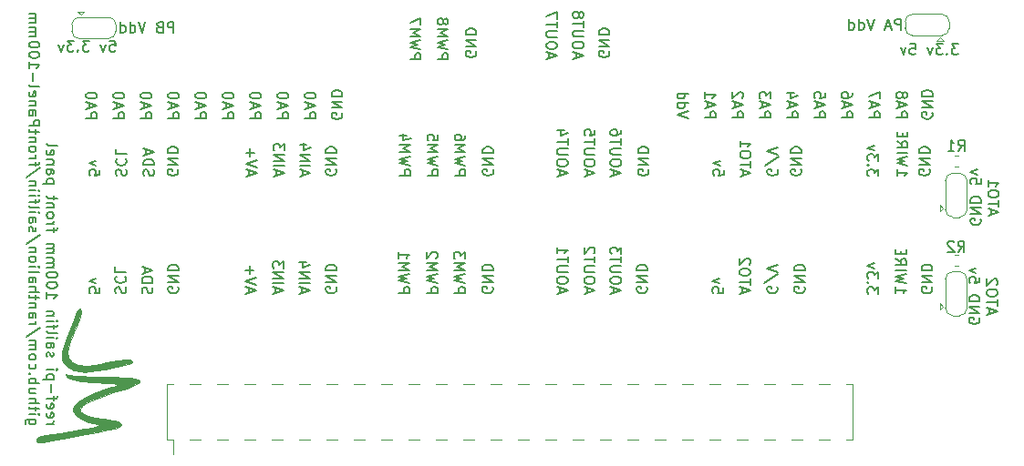
<source format=gbr>
G04 #@! TF.GenerationSoftware,KiCad,Pcbnew,(5.0.1)-3*
G04 #@! TF.CreationDate,2020-04-19T15:50:42-04:00*
G04 #@! TF.ProjectId,frontPanel_100mm,66726F6E7450616E656C5F3130306D6D,rev?*
G04 #@! TF.SameCoordinates,Original*
G04 #@! TF.FileFunction,Legend,Bot*
G04 #@! TF.FilePolarity,Positive*
%FSLAX46Y46*%
G04 Gerber Fmt 4.6, Leading zero omitted, Abs format (unit mm)*
G04 Created by KiCad (PCBNEW (5.0.1)-3) date 4/19/2020 3:50:42 PM*
%MOMM*%
%LPD*%
G01*
G04 APERTURE LIST*
%ADD10C,0.150000*%
%ADD11C,0.120000*%
%ADD12C,0.010000*%
G04 APERTURE END LIST*
D10*
X109615238Y-53942380D02*
X110091428Y-53942380D01*
X110139047Y-54418571D01*
X110091428Y-54370952D01*
X109996190Y-54323333D01*
X109758095Y-54323333D01*
X109662857Y-54370952D01*
X109615238Y-54418571D01*
X109567619Y-54513809D01*
X109567619Y-54751904D01*
X109615238Y-54847142D01*
X109662857Y-54894761D01*
X109758095Y-54942380D01*
X109996190Y-54942380D01*
X110091428Y-54894761D01*
X110139047Y-54847142D01*
X109234285Y-54275714D02*
X108996190Y-54942380D01*
X108758095Y-54275714D01*
X107710476Y-53942380D02*
X107091428Y-53942380D01*
X107424761Y-54323333D01*
X107281904Y-54323333D01*
X107186666Y-54370952D01*
X107139047Y-54418571D01*
X107091428Y-54513809D01*
X107091428Y-54751904D01*
X107139047Y-54847142D01*
X107186666Y-54894761D01*
X107281904Y-54942380D01*
X107567619Y-54942380D01*
X107662857Y-54894761D01*
X107710476Y-54847142D01*
X106662857Y-54847142D02*
X106615238Y-54894761D01*
X106662857Y-54942380D01*
X106710476Y-54894761D01*
X106662857Y-54847142D01*
X106662857Y-54942380D01*
X106281904Y-53942380D02*
X105662857Y-53942380D01*
X105996190Y-54323333D01*
X105853333Y-54323333D01*
X105758095Y-54370952D01*
X105710476Y-54418571D01*
X105662857Y-54513809D01*
X105662857Y-54751904D01*
X105710476Y-54847142D01*
X105758095Y-54894761D01*
X105853333Y-54942380D01*
X106139047Y-54942380D01*
X106234285Y-54894761D01*
X106281904Y-54847142D01*
X105329523Y-54275714D02*
X105091428Y-54942380D01*
X104853333Y-54275714D01*
X188396666Y-54222380D02*
X187777619Y-54222380D01*
X188110952Y-54603333D01*
X187968095Y-54603333D01*
X187872857Y-54650952D01*
X187825238Y-54698571D01*
X187777619Y-54793809D01*
X187777619Y-55031904D01*
X187825238Y-55127142D01*
X187872857Y-55174761D01*
X187968095Y-55222380D01*
X188253809Y-55222380D01*
X188349047Y-55174761D01*
X188396666Y-55127142D01*
X187349047Y-55127142D02*
X187301428Y-55174761D01*
X187349047Y-55222380D01*
X187396666Y-55174761D01*
X187349047Y-55127142D01*
X187349047Y-55222380D01*
X186968095Y-54222380D02*
X186349047Y-54222380D01*
X186682380Y-54603333D01*
X186539523Y-54603333D01*
X186444285Y-54650952D01*
X186396666Y-54698571D01*
X186349047Y-54793809D01*
X186349047Y-55031904D01*
X186396666Y-55127142D01*
X186444285Y-55174761D01*
X186539523Y-55222380D01*
X186825238Y-55222380D01*
X186920476Y-55174761D01*
X186968095Y-55127142D01*
X186015714Y-54555714D02*
X185777619Y-55222380D01*
X185539523Y-54555714D01*
X183920476Y-54222380D02*
X184396666Y-54222380D01*
X184444285Y-54698571D01*
X184396666Y-54650952D01*
X184301428Y-54603333D01*
X184063333Y-54603333D01*
X183968095Y-54650952D01*
X183920476Y-54698571D01*
X183872857Y-54793809D01*
X183872857Y-55031904D01*
X183920476Y-55127142D01*
X183968095Y-55174761D01*
X184063333Y-55222380D01*
X184301428Y-55222380D01*
X184396666Y-55174761D01*
X184444285Y-55127142D01*
X183539523Y-54555714D02*
X183301428Y-55222380D01*
X183063333Y-54555714D01*
X171580000Y-76860595D02*
X171627619Y-76955833D01*
X171627619Y-77098690D01*
X171580000Y-77241547D01*
X171484761Y-77336785D01*
X171389523Y-77384404D01*
X171199047Y-77432023D01*
X171056190Y-77432023D01*
X170865714Y-77384404D01*
X170770476Y-77336785D01*
X170675238Y-77241547D01*
X170627619Y-77098690D01*
X170627619Y-77003452D01*
X170675238Y-76860595D01*
X170722857Y-76812976D01*
X171056190Y-76812976D01*
X171056190Y-77003452D01*
X171675238Y-75670119D02*
X170389523Y-76527261D01*
X171627619Y-75479642D02*
X170627619Y-75146309D01*
X171627619Y-74812976D01*
X171620000Y-65914643D02*
X171667619Y-66009881D01*
X171667619Y-66152738D01*
X171620000Y-66295595D01*
X171524761Y-66390833D01*
X171429523Y-66438452D01*
X171239047Y-66486071D01*
X171096190Y-66486071D01*
X170905714Y-66438452D01*
X170810476Y-66390833D01*
X170715238Y-66295595D01*
X170667619Y-66152738D01*
X170667619Y-66057500D01*
X170715238Y-65914643D01*
X170762857Y-65867024D01*
X171096190Y-65867024D01*
X171096190Y-66057500D01*
X171715238Y-64724167D02*
X170429523Y-65581309D01*
X171667619Y-64533690D02*
X170667619Y-64200357D01*
X171667619Y-63867024D01*
X168433333Y-66486071D02*
X168433333Y-66009881D01*
X168147619Y-66581309D02*
X169147619Y-66247976D01*
X168147619Y-65914643D01*
X169147619Y-65724167D02*
X169147619Y-65152738D01*
X168147619Y-65438452D02*
X169147619Y-65438452D01*
X169147619Y-64628928D02*
X169147619Y-64438452D01*
X169100000Y-64343214D01*
X169004761Y-64247976D01*
X168814285Y-64200357D01*
X168480952Y-64200357D01*
X168290476Y-64247976D01*
X168195238Y-64343214D01*
X168147619Y-64438452D01*
X168147619Y-64628928D01*
X168195238Y-64724167D01*
X168290476Y-64819405D01*
X168480952Y-64867024D01*
X168814285Y-64867024D01*
X169004761Y-64819405D01*
X169100000Y-64724167D01*
X169147619Y-64628928D01*
X168147619Y-63247976D02*
X168147619Y-63819405D01*
X168147619Y-63533690D02*
X169147619Y-63533690D01*
X169004761Y-63628928D01*
X168909523Y-63724167D01*
X168861904Y-63819405D01*
X168363333Y-77432023D02*
X168363333Y-76955833D01*
X168077619Y-77527261D02*
X169077619Y-77193928D01*
X168077619Y-76860595D01*
X169077619Y-76670119D02*
X169077619Y-76098690D01*
X168077619Y-76384404D02*
X169077619Y-76384404D01*
X169077619Y-75574880D02*
X169077619Y-75384404D01*
X169030000Y-75289166D01*
X168934761Y-75193928D01*
X168744285Y-75146309D01*
X168410952Y-75146309D01*
X168220476Y-75193928D01*
X168125238Y-75289166D01*
X168077619Y-75384404D01*
X168077619Y-75574880D01*
X168125238Y-75670119D01*
X168220476Y-75765357D01*
X168410952Y-75812976D01*
X168744285Y-75812976D01*
X168934761Y-75765357D01*
X169030000Y-75670119D01*
X169077619Y-75574880D01*
X168982380Y-74765357D02*
X169030000Y-74717738D01*
X169077619Y-74622500D01*
X169077619Y-74384404D01*
X169030000Y-74289166D01*
X168982380Y-74241547D01*
X168887142Y-74193928D01*
X168791904Y-74193928D01*
X168649047Y-74241547D01*
X168077619Y-74812976D01*
X168077619Y-74193928D01*
X182587619Y-76860595D02*
X182587619Y-77432023D01*
X182587619Y-77146309D02*
X183587619Y-77146309D01*
X183444761Y-77241547D01*
X183349523Y-77336785D01*
X183301904Y-77432023D01*
X183587619Y-76527261D02*
X182587619Y-76289166D01*
X183301904Y-76098690D01*
X182587619Y-75908214D01*
X183587619Y-75670119D01*
X182587619Y-75289166D02*
X183587619Y-75289166D01*
X182587619Y-74241547D02*
X183063809Y-74574880D01*
X182587619Y-74812976D02*
X183587619Y-74812976D01*
X183587619Y-74432023D01*
X183540000Y-74336785D01*
X183492380Y-74289166D01*
X183397142Y-74241547D01*
X183254285Y-74241547D01*
X183159047Y-74289166D01*
X183111428Y-74336785D01*
X183063809Y-74432023D01*
X183063809Y-74812976D01*
X183111428Y-73812976D02*
X183111428Y-73479642D01*
X182587619Y-73336785D02*
X182587619Y-73812976D01*
X183587619Y-73812976D01*
X183587619Y-73336785D01*
X125033333Y-77432023D02*
X125033333Y-76955833D01*
X124747619Y-77527261D02*
X125747619Y-77193928D01*
X124747619Y-76860595D01*
X124747619Y-76527261D02*
X125747619Y-76527261D01*
X124747619Y-76051071D02*
X125747619Y-76051071D01*
X124747619Y-75479642D01*
X125747619Y-75479642D01*
X125747619Y-75098690D02*
X125747619Y-74479642D01*
X125366666Y-74812976D01*
X125366666Y-74670119D01*
X125319047Y-74574880D01*
X125271428Y-74527261D01*
X125176190Y-74479642D01*
X124938095Y-74479642D01*
X124842857Y-74527261D01*
X124795238Y-74574880D01*
X124747619Y-74670119D01*
X124747619Y-74955833D01*
X124795238Y-75051071D01*
X124842857Y-75098690D01*
X127473333Y-77432023D02*
X127473333Y-76955833D01*
X127187619Y-77527261D02*
X128187619Y-77193928D01*
X127187619Y-76860595D01*
X127187619Y-76527261D02*
X128187619Y-76527261D01*
X127187619Y-76051071D02*
X128187619Y-76051071D01*
X127187619Y-75479642D01*
X128187619Y-75479642D01*
X127854285Y-74574880D02*
X127187619Y-74574880D01*
X128235238Y-74812976D02*
X127520952Y-75051071D01*
X127520952Y-74432023D01*
X122503333Y-77432023D02*
X122503333Y-76955833D01*
X122217619Y-77527261D02*
X123217619Y-77193928D01*
X122217619Y-76860595D01*
X123217619Y-76670119D02*
X122217619Y-76336785D01*
X123217619Y-76003452D01*
X122598571Y-75670119D02*
X122598571Y-74908214D01*
X122217619Y-75289166D02*
X122979523Y-75289166D01*
X125093333Y-66486071D02*
X125093333Y-66009881D01*
X124807619Y-66581309D02*
X125807619Y-66247976D01*
X124807619Y-65914643D01*
X124807619Y-65581309D02*
X125807619Y-65581309D01*
X124807619Y-65105119D02*
X125807619Y-65105119D01*
X124807619Y-64533690D01*
X125807619Y-64533690D01*
X125807619Y-64152738D02*
X125807619Y-63533690D01*
X125426666Y-63867024D01*
X125426666Y-63724167D01*
X125379047Y-63628928D01*
X125331428Y-63581309D01*
X125236190Y-63533690D01*
X124998095Y-63533690D01*
X124902857Y-63581309D01*
X124855238Y-63628928D01*
X124807619Y-63724167D01*
X124807619Y-64009881D01*
X124855238Y-64105119D01*
X124902857Y-64152738D01*
X122563333Y-66486071D02*
X122563333Y-66009881D01*
X122277619Y-66581309D02*
X123277619Y-66247976D01*
X122277619Y-65914643D01*
X123277619Y-65724167D02*
X122277619Y-65390833D01*
X123277619Y-65057500D01*
X122658571Y-64724167D02*
X122658571Y-63962262D01*
X122277619Y-64343214D02*
X123039523Y-64343214D01*
X127533333Y-66486071D02*
X127533333Y-66009881D01*
X127247619Y-66581309D02*
X128247619Y-66247976D01*
X127247619Y-65914643D01*
X127247619Y-65581309D02*
X128247619Y-65581309D01*
X127247619Y-65105119D02*
X128247619Y-65105119D01*
X127247619Y-64533690D01*
X128247619Y-64533690D01*
X127914285Y-63628928D02*
X127247619Y-63628928D01*
X128295238Y-63867024D02*
X127580952Y-64105119D01*
X127580952Y-63486071D01*
X153953333Y-77432023D02*
X153953333Y-76955833D01*
X153667619Y-77527261D02*
X154667619Y-77193928D01*
X153667619Y-76860595D01*
X154667619Y-76336785D02*
X154667619Y-76146309D01*
X154620000Y-76051071D01*
X154524761Y-75955833D01*
X154334285Y-75908214D01*
X154000952Y-75908214D01*
X153810476Y-75955833D01*
X153715238Y-76051071D01*
X153667619Y-76146309D01*
X153667619Y-76336785D01*
X153715238Y-76432023D01*
X153810476Y-76527261D01*
X154000952Y-76574880D01*
X154334285Y-76574880D01*
X154524761Y-76527261D01*
X154620000Y-76432023D01*
X154667619Y-76336785D01*
X154667619Y-75479642D02*
X153858095Y-75479642D01*
X153762857Y-75432023D01*
X153715238Y-75384404D01*
X153667619Y-75289166D01*
X153667619Y-75098690D01*
X153715238Y-75003452D01*
X153762857Y-74955833D01*
X153858095Y-74908214D01*
X154667619Y-74908214D01*
X154667619Y-74574880D02*
X154667619Y-74003452D01*
X153667619Y-74289166D02*
X154667619Y-74289166D01*
X154572380Y-73717738D02*
X154620000Y-73670119D01*
X154667619Y-73574880D01*
X154667619Y-73336785D01*
X154620000Y-73241547D01*
X154572380Y-73193928D01*
X154477142Y-73146309D01*
X154381904Y-73146309D01*
X154239047Y-73193928D01*
X153667619Y-73765357D01*
X153667619Y-73146309D01*
X151423333Y-77432023D02*
X151423333Y-76955833D01*
X151137619Y-77527261D02*
X152137619Y-77193928D01*
X151137619Y-76860595D01*
X152137619Y-76336785D02*
X152137619Y-76146309D01*
X152090000Y-76051071D01*
X151994761Y-75955833D01*
X151804285Y-75908214D01*
X151470952Y-75908214D01*
X151280476Y-75955833D01*
X151185238Y-76051071D01*
X151137619Y-76146309D01*
X151137619Y-76336785D01*
X151185238Y-76432023D01*
X151280476Y-76527261D01*
X151470952Y-76574880D01*
X151804285Y-76574880D01*
X151994761Y-76527261D01*
X152090000Y-76432023D01*
X152137619Y-76336785D01*
X152137619Y-75479642D02*
X151328095Y-75479642D01*
X151232857Y-75432023D01*
X151185238Y-75384404D01*
X151137619Y-75289166D01*
X151137619Y-75098690D01*
X151185238Y-75003452D01*
X151232857Y-74955833D01*
X151328095Y-74908214D01*
X152137619Y-74908214D01*
X152137619Y-74574880D02*
X152137619Y-74003452D01*
X151137619Y-74289166D02*
X152137619Y-74289166D01*
X151137619Y-73146309D02*
X151137619Y-73717738D01*
X151137619Y-73432023D02*
X152137619Y-73432023D01*
X151994761Y-73527261D01*
X151899523Y-73622500D01*
X151851904Y-73717738D01*
X156393333Y-77432023D02*
X156393333Y-76955833D01*
X156107619Y-77527261D02*
X157107619Y-77193928D01*
X156107619Y-76860595D01*
X157107619Y-76336785D02*
X157107619Y-76146309D01*
X157060000Y-76051071D01*
X156964761Y-75955833D01*
X156774285Y-75908214D01*
X156440952Y-75908214D01*
X156250476Y-75955833D01*
X156155238Y-76051071D01*
X156107619Y-76146309D01*
X156107619Y-76336785D01*
X156155238Y-76432023D01*
X156250476Y-76527261D01*
X156440952Y-76574880D01*
X156774285Y-76574880D01*
X156964761Y-76527261D01*
X157060000Y-76432023D01*
X157107619Y-76336785D01*
X157107619Y-75479642D02*
X156298095Y-75479642D01*
X156202857Y-75432023D01*
X156155238Y-75384404D01*
X156107619Y-75289166D01*
X156107619Y-75098690D01*
X156155238Y-75003452D01*
X156202857Y-74955833D01*
X156298095Y-74908214D01*
X157107619Y-74908214D01*
X157107619Y-74574880D02*
X157107619Y-74003452D01*
X156107619Y-74289166D02*
X157107619Y-74289166D01*
X157107619Y-73765357D02*
X157107619Y-73146309D01*
X156726666Y-73479642D01*
X156726666Y-73336785D01*
X156679047Y-73241547D01*
X156631428Y-73193928D01*
X156536190Y-73146309D01*
X156298095Y-73146309D01*
X156202857Y-73193928D01*
X156155238Y-73241547D01*
X156107619Y-73336785D01*
X156107619Y-73622500D01*
X156155238Y-73717738D01*
X156202857Y-73765357D01*
X136457619Y-77406904D02*
X137457619Y-77406904D01*
X137457619Y-77025952D01*
X137410000Y-76930713D01*
X137362380Y-76883094D01*
X137267142Y-76835475D01*
X137124285Y-76835475D01*
X137029047Y-76883094D01*
X136981428Y-76930713D01*
X136933809Y-77025952D01*
X136933809Y-77406904D01*
X137457619Y-76502142D02*
X136457619Y-76264047D01*
X137171904Y-76073571D01*
X136457619Y-75883094D01*
X137457619Y-75644999D01*
X136457619Y-75264047D02*
X137457619Y-75264047D01*
X136743333Y-74930713D01*
X137457619Y-74597380D01*
X136457619Y-74597380D01*
X136457619Y-73597380D02*
X136457619Y-74168809D01*
X136457619Y-73883094D02*
X137457619Y-73883094D01*
X137314761Y-73978332D01*
X137219523Y-74073571D01*
X137171904Y-74168809D01*
X141567619Y-77406904D02*
X142567619Y-77406904D01*
X142567619Y-77025952D01*
X142520000Y-76930713D01*
X142472380Y-76883094D01*
X142377142Y-76835475D01*
X142234285Y-76835475D01*
X142139047Y-76883094D01*
X142091428Y-76930713D01*
X142043809Y-77025952D01*
X142043809Y-77406904D01*
X142567619Y-76502142D02*
X141567619Y-76264047D01*
X142281904Y-76073571D01*
X141567619Y-75883094D01*
X142567619Y-75644999D01*
X141567619Y-75264047D02*
X142567619Y-75264047D01*
X141853333Y-74930713D01*
X142567619Y-74597380D01*
X141567619Y-74597380D01*
X142567619Y-74216428D02*
X142567619Y-73597380D01*
X142186666Y-73930713D01*
X142186666Y-73787856D01*
X142139047Y-73692618D01*
X142091428Y-73644999D01*
X141996190Y-73597380D01*
X141758095Y-73597380D01*
X141662857Y-73644999D01*
X141615238Y-73692618D01*
X141567619Y-73787856D01*
X141567619Y-74073571D01*
X141615238Y-74168809D01*
X141662857Y-74216428D01*
X139027619Y-77406904D02*
X140027619Y-77406904D01*
X140027619Y-77025952D01*
X139980000Y-76930713D01*
X139932380Y-76883094D01*
X139837142Y-76835475D01*
X139694285Y-76835475D01*
X139599047Y-76883094D01*
X139551428Y-76930713D01*
X139503809Y-77025952D01*
X139503809Y-77406904D01*
X140027619Y-76502142D02*
X139027619Y-76264047D01*
X139741904Y-76073571D01*
X139027619Y-75883094D01*
X140027619Y-75644999D01*
X139027619Y-75264047D02*
X140027619Y-75264047D01*
X139313333Y-74930713D01*
X140027619Y-74597380D01*
X139027619Y-74597380D01*
X139932380Y-74168809D02*
X139980000Y-74121190D01*
X140027619Y-74025952D01*
X140027619Y-73787856D01*
X139980000Y-73692618D01*
X139932380Y-73644999D01*
X139837142Y-73597380D01*
X139741904Y-73597380D01*
X139599047Y-73644999D01*
X139027619Y-74216428D01*
X139027619Y-73597380D01*
X136527619Y-66460952D02*
X137527619Y-66460952D01*
X137527619Y-66080000D01*
X137480000Y-65984761D01*
X137432380Y-65937142D01*
X137337142Y-65889523D01*
X137194285Y-65889523D01*
X137099047Y-65937142D01*
X137051428Y-65984761D01*
X137003809Y-66080000D01*
X137003809Y-66460952D01*
X137527619Y-65556190D02*
X136527619Y-65318095D01*
X137241904Y-65127619D01*
X136527619Y-64937142D01*
X137527619Y-64699047D01*
X136527619Y-64318095D02*
X137527619Y-64318095D01*
X136813333Y-63984761D01*
X137527619Y-63651428D01*
X136527619Y-63651428D01*
X137194285Y-62746666D02*
X136527619Y-62746666D01*
X137575238Y-62984761D02*
X136860952Y-63222857D01*
X136860952Y-62603809D01*
X139097619Y-66460952D02*
X140097619Y-66460952D01*
X140097619Y-66080000D01*
X140050000Y-65984761D01*
X140002380Y-65937142D01*
X139907142Y-65889523D01*
X139764285Y-65889523D01*
X139669047Y-65937142D01*
X139621428Y-65984761D01*
X139573809Y-66080000D01*
X139573809Y-66460952D01*
X140097619Y-65556190D02*
X139097619Y-65318095D01*
X139811904Y-65127619D01*
X139097619Y-64937142D01*
X140097619Y-64699047D01*
X139097619Y-64318095D02*
X140097619Y-64318095D01*
X139383333Y-63984761D01*
X140097619Y-63651428D01*
X139097619Y-63651428D01*
X140097619Y-62699047D02*
X140097619Y-63175238D01*
X139621428Y-63222857D01*
X139669047Y-63175238D01*
X139716666Y-63080000D01*
X139716666Y-62841904D01*
X139669047Y-62746666D01*
X139621428Y-62699047D01*
X139526190Y-62651428D01*
X139288095Y-62651428D01*
X139192857Y-62699047D01*
X139145238Y-62746666D01*
X139097619Y-62841904D01*
X139097619Y-63080000D01*
X139145238Y-63175238D01*
X139192857Y-63222857D01*
X141637619Y-66460952D02*
X142637619Y-66460952D01*
X142637619Y-66080000D01*
X142590000Y-65984761D01*
X142542380Y-65937142D01*
X142447142Y-65889523D01*
X142304285Y-65889523D01*
X142209047Y-65937142D01*
X142161428Y-65984761D01*
X142113809Y-66080000D01*
X142113809Y-66460952D01*
X142637619Y-65556190D02*
X141637619Y-65318095D01*
X142351904Y-65127619D01*
X141637619Y-64937142D01*
X142637619Y-64699047D01*
X141637619Y-64318095D02*
X142637619Y-64318095D01*
X141923333Y-63984761D01*
X142637619Y-63651428D01*
X141637619Y-63651428D01*
X142637619Y-62746666D02*
X142637619Y-62937142D01*
X142590000Y-63032380D01*
X142542380Y-63080000D01*
X142399523Y-63175238D01*
X142209047Y-63222857D01*
X141828095Y-63222857D01*
X141732857Y-63175238D01*
X141685238Y-63127619D01*
X141637619Y-63032380D01*
X141637619Y-62841904D01*
X141685238Y-62746666D01*
X141732857Y-62699047D01*
X141828095Y-62651428D01*
X142066190Y-62651428D01*
X142161428Y-62699047D01*
X142209047Y-62746666D01*
X142256666Y-62841904D01*
X142256666Y-63032380D01*
X142209047Y-63127619D01*
X142161428Y-63175238D01*
X142066190Y-63222857D01*
X182697619Y-65914643D02*
X182697619Y-66486071D01*
X182697619Y-66200357D02*
X183697619Y-66200357D01*
X183554761Y-66295595D01*
X183459523Y-66390833D01*
X183411904Y-66486071D01*
X183697619Y-65581309D02*
X182697619Y-65343214D01*
X183411904Y-65152738D01*
X182697619Y-64962262D01*
X183697619Y-64724167D01*
X182697619Y-64343214D02*
X183697619Y-64343214D01*
X182697619Y-63295595D02*
X183173809Y-63628928D01*
X182697619Y-63867024D02*
X183697619Y-63867024D01*
X183697619Y-63486071D01*
X183650000Y-63390833D01*
X183602380Y-63343214D01*
X183507142Y-63295595D01*
X183364285Y-63295595D01*
X183269047Y-63343214D01*
X183221428Y-63390833D01*
X183173809Y-63486071D01*
X183173809Y-63867024D01*
X183221428Y-62867024D02*
X183221428Y-62533690D01*
X182697619Y-62390833D02*
X182697619Y-62867024D01*
X183697619Y-62867024D01*
X183697619Y-62390833D01*
X156393333Y-66486071D02*
X156393333Y-66009881D01*
X156107619Y-66581309D02*
X157107619Y-66247976D01*
X156107619Y-65914643D01*
X157107619Y-65390833D02*
X157107619Y-65200357D01*
X157060000Y-65105119D01*
X156964761Y-65009881D01*
X156774285Y-64962262D01*
X156440952Y-64962262D01*
X156250476Y-65009881D01*
X156155238Y-65105119D01*
X156107619Y-65200357D01*
X156107619Y-65390833D01*
X156155238Y-65486071D01*
X156250476Y-65581309D01*
X156440952Y-65628928D01*
X156774285Y-65628928D01*
X156964761Y-65581309D01*
X157060000Y-65486071D01*
X157107619Y-65390833D01*
X157107619Y-64533690D02*
X156298095Y-64533690D01*
X156202857Y-64486071D01*
X156155238Y-64438452D01*
X156107619Y-64343214D01*
X156107619Y-64152738D01*
X156155238Y-64057500D01*
X156202857Y-64009881D01*
X156298095Y-63962262D01*
X157107619Y-63962262D01*
X157107619Y-63628928D02*
X157107619Y-63057500D01*
X156107619Y-63343214D02*
X157107619Y-63343214D01*
X157107619Y-62295595D02*
X157107619Y-62486071D01*
X157060000Y-62581309D01*
X157012380Y-62628928D01*
X156869523Y-62724167D01*
X156679047Y-62771786D01*
X156298095Y-62771786D01*
X156202857Y-62724167D01*
X156155238Y-62676548D01*
X156107619Y-62581309D01*
X156107619Y-62390833D01*
X156155238Y-62295595D01*
X156202857Y-62247976D01*
X156298095Y-62200357D01*
X156536190Y-62200357D01*
X156631428Y-62247976D01*
X156679047Y-62295595D01*
X156726666Y-62390833D01*
X156726666Y-62581309D01*
X156679047Y-62676548D01*
X156631428Y-62724167D01*
X156536190Y-62771786D01*
X153953333Y-66486071D02*
X153953333Y-66009881D01*
X153667619Y-66581309D02*
X154667619Y-66247976D01*
X153667619Y-65914643D01*
X154667619Y-65390833D02*
X154667619Y-65200357D01*
X154620000Y-65105119D01*
X154524761Y-65009881D01*
X154334285Y-64962262D01*
X154000952Y-64962262D01*
X153810476Y-65009881D01*
X153715238Y-65105119D01*
X153667619Y-65200357D01*
X153667619Y-65390833D01*
X153715238Y-65486071D01*
X153810476Y-65581309D01*
X154000952Y-65628928D01*
X154334285Y-65628928D01*
X154524761Y-65581309D01*
X154620000Y-65486071D01*
X154667619Y-65390833D01*
X154667619Y-64533690D02*
X153858095Y-64533690D01*
X153762857Y-64486071D01*
X153715238Y-64438452D01*
X153667619Y-64343214D01*
X153667619Y-64152738D01*
X153715238Y-64057500D01*
X153762857Y-64009881D01*
X153858095Y-63962262D01*
X154667619Y-63962262D01*
X154667619Y-63628928D02*
X154667619Y-63057500D01*
X153667619Y-63343214D02*
X154667619Y-63343214D01*
X154667619Y-62247976D02*
X154667619Y-62724167D01*
X154191428Y-62771786D01*
X154239047Y-62724167D01*
X154286666Y-62628928D01*
X154286666Y-62390833D01*
X154239047Y-62295595D01*
X154191428Y-62247976D01*
X154096190Y-62200357D01*
X153858095Y-62200357D01*
X153762857Y-62247976D01*
X153715238Y-62295595D01*
X153667619Y-62390833D01*
X153667619Y-62628928D01*
X153715238Y-62724167D01*
X153762857Y-62771786D01*
X151423333Y-66486071D02*
X151423333Y-66009881D01*
X151137619Y-66581309D02*
X152137619Y-66247976D01*
X151137619Y-65914643D01*
X152137619Y-65390833D02*
X152137619Y-65200357D01*
X152090000Y-65105119D01*
X151994761Y-65009881D01*
X151804285Y-64962262D01*
X151470952Y-64962262D01*
X151280476Y-65009881D01*
X151185238Y-65105119D01*
X151137619Y-65200357D01*
X151137619Y-65390833D01*
X151185238Y-65486071D01*
X151280476Y-65581309D01*
X151470952Y-65628928D01*
X151804285Y-65628928D01*
X151994761Y-65581309D01*
X152090000Y-65486071D01*
X152137619Y-65390833D01*
X152137619Y-64533690D02*
X151328095Y-64533690D01*
X151232857Y-64486071D01*
X151185238Y-64438452D01*
X151137619Y-64343214D01*
X151137619Y-64152738D01*
X151185238Y-64057500D01*
X151232857Y-64009881D01*
X151328095Y-63962262D01*
X152137619Y-63962262D01*
X152137619Y-63628928D02*
X152137619Y-63057500D01*
X151137619Y-63343214D02*
X152137619Y-63343214D01*
X151804285Y-62295595D02*
X151137619Y-62295595D01*
X152185238Y-62533690D02*
X151470952Y-62771786D01*
X151470952Y-62152738D01*
X110175238Y-77432023D02*
X110127619Y-77289166D01*
X110127619Y-77051071D01*
X110175238Y-76955833D01*
X110222857Y-76908214D01*
X110318095Y-76860595D01*
X110413333Y-76860595D01*
X110508571Y-76908214D01*
X110556190Y-76955833D01*
X110603809Y-77051071D01*
X110651428Y-77241547D01*
X110699047Y-77336785D01*
X110746666Y-77384404D01*
X110841904Y-77432023D01*
X110937142Y-77432023D01*
X111032380Y-77384404D01*
X111080000Y-77336785D01*
X111127619Y-77241547D01*
X111127619Y-77003452D01*
X111080000Y-76860595D01*
X110222857Y-75860595D02*
X110175238Y-75908214D01*
X110127619Y-76051071D01*
X110127619Y-76146309D01*
X110175238Y-76289166D01*
X110270476Y-76384404D01*
X110365714Y-76432023D01*
X110556190Y-76479642D01*
X110699047Y-76479642D01*
X110889523Y-76432023D01*
X110984761Y-76384404D01*
X111080000Y-76289166D01*
X111127619Y-76146309D01*
X111127619Y-76051071D01*
X111080000Y-75908214D01*
X111032380Y-75860595D01*
X110127619Y-74955833D02*
X110127619Y-75432023D01*
X111127619Y-75432023D01*
X110225238Y-66486071D02*
X110177619Y-66343214D01*
X110177619Y-66105119D01*
X110225238Y-66009881D01*
X110272857Y-65962262D01*
X110368095Y-65914643D01*
X110463333Y-65914643D01*
X110558571Y-65962262D01*
X110606190Y-66009881D01*
X110653809Y-66105119D01*
X110701428Y-66295595D01*
X110749047Y-66390833D01*
X110796666Y-66438452D01*
X110891904Y-66486071D01*
X110987142Y-66486071D01*
X111082380Y-66438452D01*
X111130000Y-66390833D01*
X111177619Y-66295595D01*
X111177619Y-66057500D01*
X111130000Y-65914643D01*
X110272857Y-64914643D02*
X110225238Y-64962262D01*
X110177619Y-65105119D01*
X110177619Y-65200357D01*
X110225238Y-65343214D01*
X110320476Y-65438452D01*
X110415714Y-65486071D01*
X110606190Y-65533690D01*
X110749047Y-65533690D01*
X110939523Y-65486071D01*
X111034761Y-65438452D01*
X111130000Y-65343214D01*
X111177619Y-65200357D01*
X111177619Y-65105119D01*
X111130000Y-64962262D01*
X111082380Y-64914643D01*
X110177619Y-64009881D02*
X110177619Y-64486071D01*
X111177619Y-64486071D01*
X112775238Y-66508571D02*
X112727619Y-66365714D01*
X112727619Y-66127619D01*
X112775238Y-66032381D01*
X112822857Y-65984762D01*
X112918095Y-65937143D01*
X113013333Y-65937143D01*
X113108571Y-65984762D01*
X113156190Y-66032381D01*
X113203809Y-66127619D01*
X113251428Y-66318095D01*
X113299047Y-66413333D01*
X113346666Y-66460952D01*
X113441904Y-66508571D01*
X113537142Y-66508571D01*
X113632380Y-66460952D01*
X113680000Y-66413333D01*
X113727619Y-66318095D01*
X113727619Y-66080000D01*
X113680000Y-65937143D01*
X112727619Y-65508571D02*
X113727619Y-65508571D01*
X113727619Y-65270476D01*
X113680000Y-65127619D01*
X113584761Y-65032381D01*
X113489523Y-64984762D01*
X113299047Y-64937143D01*
X113156190Y-64937143D01*
X112965714Y-64984762D01*
X112870476Y-65032381D01*
X112775238Y-65127619D01*
X112727619Y-65270476D01*
X112727619Y-65508571D01*
X113013333Y-64556190D02*
X113013333Y-64080000D01*
X112727619Y-64651428D02*
X113727619Y-64318095D01*
X112727619Y-63984762D01*
X112645238Y-77454523D02*
X112597619Y-77311666D01*
X112597619Y-77073571D01*
X112645238Y-76978333D01*
X112692857Y-76930714D01*
X112788095Y-76883095D01*
X112883333Y-76883095D01*
X112978571Y-76930714D01*
X113026190Y-76978333D01*
X113073809Y-77073571D01*
X113121428Y-77264047D01*
X113169047Y-77359285D01*
X113216666Y-77406904D01*
X113311904Y-77454523D01*
X113407142Y-77454523D01*
X113502380Y-77406904D01*
X113550000Y-77359285D01*
X113597619Y-77264047D01*
X113597619Y-77025952D01*
X113550000Y-76883095D01*
X112597619Y-76454523D02*
X113597619Y-76454523D01*
X113597619Y-76216428D01*
X113550000Y-76073571D01*
X113454761Y-75978333D01*
X113359523Y-75930714D01*
X113169047Y-75883095D01*
X113026190Y-75883095D01*
X112835714Y-75930714D01*
X112740476Y-75978333D01*
X112645238Y-76073571D01*
X112597619Y-76216428D01*
X112597619Y-76454523D01*
X112883333Y-75502142D02*
X112883333Y-75025952D01*
X112597619Y-75597380D02*
X113597619Y-75264047D01*
X112597619Y-74930714D01*
X140037619Y-55670952D02*
X141037619Y-55670952D01*
X141037619Y-55290000D01*
X140990000Y-55194761D01*
X140942380Y-55147142D01*
X140847142Y-55099523D01*
X140704285Y-55099523D01*
X140609047Y-55147142D01*
X140561428Y-55194761D01*
X140513809Y-55290000D01*
X140513809Y-55670952D01*
X141037619Y-54766190D02*
X140037619Y-54528095D01*
X140751904Y-54337619D01*
X140037619Y-54147142D01*
X141037619Y-53909047D01*
X140037619Y-53528095D02*
X141037619Y-53528095D01*
X140323333Y-53194761D01*
X141037619Y-52861428D01*
X140037619Y-52861428D01*
X140609047Y-52242380D02*
X140656666Y-52337619D01*
X140704285Y-52385238D01*
X140799523Y-52432857D01*
X140847142Y-52432857D01*
X140942380Y-52385238D01*
X140990000Y-52337619D01*
X141037619Y-52242380D01*
X141037619Y-52051904D01*
X140990000Y-51956666D01*
X140942380Y-51909047D01*
X140847142Y-51861428D01*
X140799523Y-51861428D01*
X140704285Y-51909047D01*
X140656666Y-51956666D01*
X140609047Y-52051904D01*
X140609047Y-52242380D01*
X140561428Y-52337619D01*
X140513809Y-52385238D01*
X140418571Y-52432857D01*
X140228095Y-52432857D01*
X140132857Y-52385238D01*
X140085238Y-52337619D01*
X140037619Y-52242380D01*
X140037619Y-52051904D01*
X140085238Y-51956666D01*
X140132857Y-51909047D01*
X140228095Y-51861428D01*
X140418571Y-51861428D01*
X140513809Y-51909047D01*
X140561428Y-51956666D01*
X140609047Y-52051904D01*
X137497619Y-55670952D02*
X138497619Y-55670952D01*
X138497619Y-55290000D01*
X138450000Y-55194761D01*
X138402380Y-55147142D01*
X138307142Y-55099523D01*
X138164285Y-55099523D01*
X138069047Y-55147142D01*
X138021428Y-55194761D01*
X137973809Y-55290000D01*
X137973809Y-55670952D01*
X138497619Y-54766190D02*
X137497619Y-54528095D01*
X138211904Y-54337619D01*
X137497619Y-54147142D01*
X138497619Y-53909047D01*
X137497619Y-53528095D02*
X138497619Y-53528095D01*
X137783333Y-53194761D01*
X138497619Y-52861428D01*
X137497619Y-52861428D01*
X138497619Y-52480476D02*
X138497619Y-51813809D01*
X137497619Y-52242380D01*
X150433333Y-55572857D02*
X150433333Y-55096666D01*
X150147619Y-55668095D02*
X151147619Y-55334761D01*
X150147619Y-55001428D01*
X151147619Y-54477619D02*
X151147619Y-54287142D01*
X151100000Y-54191904D01*
X151004761Y-54096666D01*
X150814285Y-54049047D01*
X150480952Y-54049047D01*
X150290476Y-54096666D01*
X150195238Y-54191904D01*
X150147619Y-54287142D01*
X150147619Y-54477619D01*
X150195238Y-54572857D01*
X150290476Y-54668095D01*
X150480952Y-54715714D01*
X150814285Y-54715714D01*
X151004761Y-54668095D01*
X151100000Y-54572857D01*
X151147619Y-54477619D01*
X151147619Y-53620476D02*
X150338095Y-53620476D01*
X150242857Y-53572857D01*
X150195238Y-53525238D01*
X150147619Y-53430000D01*
X150147619Y-53239523D01*
X150195238Y-53144285D01*
X150242857Y-53096666D01*
X150338095Y-53049047D01*
X151147619Y-53049047D01*
X151147619Y-52715714D02*
X151147619Y-52144285D01*
X150147619Y-52430000D02*
X151147619Y-52430000D01*
X151147619Y-51906190D02*
X151147619Y-51239523D01*
X150147619Y-51668095D01*
X152903333Y-55532857D02*
X152903333Y-55056666D01*
X152617619Y-55628095D02*
X153617619Y-55294761D01*
X152617619Y-54961428D01*
X153617619Y-54437619D02*
X153617619Y-54247142D01*
X153570000Y-54151904D01*
X153474761Y-54056666D01*
X153284285Y-54009047D01*
X152950952Y-54009047D01*
X152760476Y-54056666D01*
X152665238Y-54151904D01*
X152617619Y-54247142D01*
X152617619Y-54437619D01*
X152665238Y-54532857D01*
X152760476Y-54628095D01*
X152950952Y-54675714D01*
X153284285Y-54675714D01*
X153474761Y-54628095D01*
X153570000Y-54532857D01*
X153617619Y-54437619D01*
X153617619Y-53580476D02*
X152808095Y-53580476D01*
X152712857Y-53532857D01*
X152665238Y-53485238D01*
X152617619Y-53390000D01*
X152617619Y-53199523D01*
X152665238Y-53104285D01*
X152712857Y-53056666D01*
X152808095Y-53009047D01*
X153617619Y-53009047D01*
X153617619Y-52675714D02*
X153617619Y-52104285D01*
X152617619Y-52390000D02*
X153617619Y-52390000D01*
X153189047Y-51628095D02*
X153236666Y-51723333D01*
X153284285Y-51770952D01*
X153379523Y-51818571D01*
X153427142Y-51818571D01*
X153522380Y-51770952D01*
X153570000Y-51723333D01*
X153617619Y-51628095D01*
X153617619Y-51437619D01*
X153570000Y-51342380D01*
X153522380Y-51294761D01*
X153427142Y-51247142D01*
X153379523Y-51247142D01*
X153284285Y-51294761D01*
X153236666Y-51342380D01*
X153189047Y-51437619D01*
X153189047Y-51628095D01*
X153141428Y-51723333D01*
X153093809Y-51770952D01*
X152998571Y-51818571D01*
X152808095Y-51818571D01*
X152712857Y-51770952D01*
X152665238Y-51723333D01*
X152617619Y-51628095D01*
X152617619Y-51437619D01*
X152665238Y-51342380D01*
X152712857Y-51294761D01*
X152808095Y-51247142D01*
X152998571Y-51247142D01*
X153093809Y-51294761D01*
X153141428Y-51342380D01*
X153189047Y-51437619D01*
X127737619Y-61136666D02*
X128737619Y-61136666D01*
X128737619Y-60755714D01*
X128690000Y-60660476D01*
X128642380Y-60612857D01*
X128547142Y-60565238D01*
X128404285Y-60565238D01*
X128309047Y-60612857D01*
X128261428Y-60660476D01*
X128213809Y-60755714D01*
X128213809Y-61136666D01*
X128023333Y-60184285D02*
X128023333Y-59708095D01*
X127737619Y-60279523D02*
X128737619Y-59946190D01*
X127737619Y-59612857D01*
X128737619Y-59089047D02*
X128737619Y-58993809D01*
X128690000Y-58898571D01*
X128642380Y-58850952D01*
X128547142Y-58803333D01*
X128356666Y-58755714D01*
X128118571Y-58755714D01*
X127928095Y-58803333D01*
X127832857Y-58850952D01*
X127785238Y-58898571D01*
X127737619Y-58993809D01*
X127737619Y-59089047D01*
X127785238Y-59184285D01*
X127832857Y-59231904D01*
X127928095Y-59279523D01*
X128118571Y-59327142D01*
X128356666Y-59327142D01*
X128547142Y-59279523D01*
X128642380Y-59231904D01*
X128690000Y-59184285D01*
X128737619Y-59089047D01*
X125197619Y-61136666D02*
X126197619Y-61136666D01*
X126197619Y-60755714D01*
X126150000Y-60660476D01*
X126102380Y-60612857D01*
X126007142Y-60565238D01*
X125864285Y-60565238D01*
X125769047Y-60612857D01*
X125721428Y-60660476D01*
X125673809Y-60755714D01*
X125673809Y-61136666D01*
X125483333Y-60184285D02*
X125483333Y-59708095D01*
X125197619Y-60279523D02*
X126197619Y-59946190D01*
X125197619Y-59612857D01*
X126197619Y-59089047D02*
X126197619Y-58993809D01*
X126150000Y-58898571D01*
X126102380Y-58850952D01*
X126007142Y-58803333D01*
X125816666Y-58755714D01*
X125578571Y-58755714D01*
X125388095Y-58803333D01*
X125292857Y-58850952D01*
X125245238Y-58898571D01*
X125197619Y-58993809D01*
X125197619Y-59089047D01*
X125245238Y-59184285D01*
X125292857Y-59231904D01*
X125388095Y-59279523D01*
X125578571Y-59327142D01*
X125816666Y-59327142D01*
X126007142Y-59279523D01*
X126102380Y-59231904D01*
X126150000Y-59184285D01*
X126197619Y-59089047D01*
X117577619Y-61136666D02*
X118577619Y-61136666D01*
X118577619Y-60755714D01*
X118530000Y-60660476D01*
X118482380Y-60612857D01*
X118387142Y-60565238D01*
X118244285Y-60565238D01*
X118149047Y-60612857D01*
X118101428Y-60660476D01*
X118053809Y-60755714D01*
X118053809Y-61136666D01*
X117863333Y-60184285D02*
X117863333Y-59708095D01*
X117577619Y-60279523D02*
X118577619Y-59946190D01*
X117577619Y-59612857D01*
X118577619Y-59089047D02*
X118577619Y-58993809D01*
X118530000Y-58898571D01*
X118482380Y-58850952D01*
X118387142Y-58803333D01*
X118196666Y-58755714D01*
X117958571Y-58755714D01*
X117768095Y-58803333D01*
X117672857Y-58850952D01*
X117625238Y-58898571D01*
X117577619Y-58993809D01*
X117577619Y-59089047D01*
X117625238Y-59184285D01*
X117672857Y-59231904D01*
X117768095Y-59279523D01*
X117958571Y-59327142D01*
X118196666Y-59327142D01*
X118387142Y-59279523D01*
X118482380Y-59231904D01*
X118530000Y-59184285D01*
X118577619Y-59089047D01*
X107417619Y-61136666D02*
X108417619Y-61136666D01*
X108417619Y-60755714D01*
X108370000Y-60660476D01*
X108322380Y-60612857D01*
X108227142Y-60565238D01*
X108084285Y-60565238D01*
X107989047Y-60612857D01*
X107941428Y-60660476D01*
X107893809Y-60755714D01*
X107893809Y-61136666D01*
X107703333Y-60184285D02*
X107703333Y-59708095D01*
X107417619Y-60279523D02*
X108417619Y-59946190D01*
X107417619Y-59612857D01*
X108417619Y-59089047D02*
X108417619Y-58993809D01*
X108370000Y-58898571D01*
X108322380Y-58850952D01*
X108227142Y-58803333D01*
X108036666Y-58755714D01*
X107798571Y-58755714D01*
X107608095Y-58803333D01*
X107512857Y-58850952D01*
X107465238Y-58898571D01*
X107417619Y-58993809D01*
X107417619Y-59089047D01*
X107465238Y-59184285D01*
X107512857Y-59231904D01*
X107608095Y-59279523D01*
X107798571Y-59327142D01*
X108036666Y-59327142D01*
X108227142Y-59279523D01*
X108322380Y-59231904D01*
X108370000Y-59184285D01*
X108417619Y-59089047D01*
X112497619Y-61136666D02*
X113497619Y-61136666D01*
X113497619Y-60755714D01*
X113450000Y-60660476D01*
X113402380Y-60612857D01*
X113307142Y-60565238D01*
X113164285Y-60565238D01*
X113069047Y-60612857D01*
X113021428Y-60660476D01*
X112973809Y-60755714D01*
X112973809Y-61136666D01*
X112783333Y-60184285D02*
X112783333Y-59708095D01*
X112497619Y-60279523D02*
X113497619Y-59946190D01*
X112497619Y-59612857D01*
X113497619Y-59089047D02*
X113497619Y-58993809D01*
X113450000Y-58898571D01*
X113402380Y-58850952D01*
X113307142Y-58803333D01*
X113116666Y-58755714D01*
X112878571Y-58755714D01*
X112688095Y-58803333D01*
X112592857Y-58850952D01*
X112545238Y-58898571D01*
X112497619Y-58993809D01*
X112497619Y-59089047D01*
X112545238Y-59184285D01*
X112592857Y-59231904D01*
X112688095Y-59279523D01*
X112878571Y-59327142D01*
X113116666Y-59327142D01*
X113307142Y-59279523D01*
X113402380Y-59231904D01*
X113450000Y-59184285D01*
X113497619Y-59089047D01*
X120117619Y-61136666D02*
X121117619Y-61136666D01*
X121117619Y-60755714D01*
X121070000Y-60660476D01*
X121022380Y-60612857D01*
X120927142Y-60565238D01*
X120784285Y-60565238D01*
X120689047Y-60612857D01*
X120641428Y-60660476D01*
X120593809Y-60755714D01*
X120593809Y-61136666D01*
X120403333Y-60184285D02*
X120403333Y-59708095D01*
X120117619Y-60279523D02*
X121117619Y-59946190D01*
X120117619Y-59612857D01*
X121117619Y-59089047D02*
X121117619Y-58993809D01*
X121070000Y-58898571D01*
X121022380Y-58850952D01*
X120927142Y-58803333D01*
X120736666Y-58755714D01*
X120498571Y-58755714D01*
X120308095Y-58803333D01*
X120212857Y-58850952D01*
X120165238Y-58898571D01*
X120117619Y-58993809D01*
X120117619Y-59089047D01*
X120165238Y-59184285D01*
X120212857Y-59231904D01*
X120308095Y-59279523D01*
X120498571Y-59327142D01*
X120736666Y-59327142D01*
X120927142Y-59279523D01*
X121022380Y-59231904D01*
X121070000Y-59184285D01*
X121117619Y-59089047D01*
X109957619Y-61136666D02*
X110957619Y-61136666D01*
X110957619Y-60755714D01*
X110910000Y-60660476D01*
X110862380Y-60612857D01*
X110767142Y-60565238D01*
X110624285Y-60565238D01*
X110529047Y-60612857D01*
X110481428Y-60660476D01*
X110433809Y-60755714D01*
X110433809Y-61136666D01*
X110243333Y-60184285D02*
X110243333Y-59708095D01*
X109957619Y-60279523D02*
X110957619Y-59946190D01*
X109957619Y-59612857D01*
X110957619Y-59089047D02*
X110957619Y-58993809D01*
X110910000Y-58898571D01*
X110862380Y-58850952D01*
X110767142Y-58803333D01*
X110576666Y-58755714D01*
X110338571Y-58755714D01*
X110148095Y-58803333D01*
X110052857Y-58850952D01*
X110005238Y-58898571D01*
X109957619Y-58993809D01*
X109957619Y-59089047D01*
X110005238Y-59184285D01*
X110052857Y-59231904D01*
X110148095Y-59279523D01*
X110338571Y-59327142D01*
X110576666Y-59327142D01*
X110767142Y-59279523D01*
X110862380Y-59231904D01*
X110910000Y-59184285D01*
X110957619Y-59089047D01*
X122657619Y-61136666D02*
X123657619Y-61136666D01*
X123657619Y-60755714D01*
X123610000Y-60660476D01*
X123562380Y-60612857D01*
X123467142Y-60565238D01*
X123324285Y-60565238D01*
X123229047Y-60612857D01*
X123181428Y-60660476D01*
X123133809Y-60755714D01*
X123133809Y-61136666D01*
X122943333Y-60184285D02*
X122943333Y-59708095D01*
X122657619Y-60279523D02*
X123657619Y-59946190D01*
X122657619Y-59612857D01*
X123657619Y-59089047D02*
X123657619Y-58993809D01*
X123610000Y-58898571D01*
X123562380Y-58850952D01*
X123467142Y-58803333D01*
X123276666Y-58755714D01*
X123038571Y-58755714D01*
X122848095Y-58803333D01*
X122752857Y-58850952D01*
X122705238Y-58898571D01*
X122657619Y-58993809D01*
X122657619Y-59089047D01*
X122705238Y-59184285D01*
X122752857Y-59231904D01*
X122848095Y-59279523D01*
X123038571Y-59327142D01*
X123276666Y-59327142D01*
X123467142Y-59279523D01*
X123562380Y-59231904D01*
X123610000Y-59184285D01*
X123657619Y-59089047D01*
X115037619Y-61136666D02*
X116037619Y-61136666D01*
X116037619Y-60755714D01*
X115990000Y-60660476D01*
X115942380Y-60612857D01*
X115847142Y-60565238D01*
X115704285Y-60565238D01*
X115609047Y-60612857D01*
X115561428Y-60660476D01*
X115513809Y-60755714D01*
X115513809Y-61136666D01*
X115323333Y-60184285D02*
X115323333Y-59708095D01*
X115037619Y-60279523D02*
X116037619Y-59946190D01*
X115037619Y-59612857D01*
X116037619Y-59089047D02*
X116037619Y-58993809D01*
X115990000Y-58898571D01*
X115942380Y-58850952D01*
X115847142Y-58803333D01*
X115656666Y-58755714D01*
X115418571Y-58755714D01*
X115228095Y-58803333D01*
X115132857Y-58850952D01*
X115085238Y-58898571D01*
X115037619Y-58993809D01*
X115037619Y-59089047D01*
X115085238Y-59184285D01*
X115132857Y-59231904D01*
X115228095Y-59279523D01*
X115418571Y-59327142D01*
X115656666Y-59327142D01*
X115847142Y-59279523D01*
X115942380Y-59231904D01*
X115990000Y-59184285D01*
X116037619Y-59089047D01*
X163327619Y-61168095D02*
X162327619Y-60834761D01*
X163327619Y-60501428D01*
X162327619Y-59739523D02*
X163327619Y-59739523D01*
X162375238Y-59739523D02*
X162327619Y-59834761D01*
X162327619Y-60025238D01*
X162375238Y-60120476D01*
X162422857Y-60168095D01*
X162518095Y-60215714D01*
X162803809Y-60215714D01*
X162899047Y-60168095D01*
X162946666Y-60120476D01*
X162994285Y-60025238D01*
X162994285Y-59834761D01*
X162946666Y-59739523D01*
X162327619Y-58834761D02*
X163327619Y-58834761D01*
X162375238Y-58834761D02*
X162327619Y-58930000D01*
X162327619Y-59120476D01*
X162375238Y-59215714D01*
X162422857Y-59263333D01*
X162518095Y-59310952D01*
X162803809Y-59310952D01*
X162899047Y-59263333D01*
X162946666Y-59215714D01*
X162994285Y-59120476D01*
X162994285Y-58930000D01*
X162946666Y-58834761D01*
X164867619Y-61096666D02*
X165867619Y-61096666D01*
X165867619Y-60715714D01*
X165820000Y-60620476D01*
X165772380Y-60572857D01*
X165677142Y-60525238D01*
X165534285Y-60525238D01*
X165439047Y-60572857D01*
X165391428Y-60620476D01*
X165343809Y-60715714D01*
X165343809Y-61096666D01*
X165153333Y-60144285D02*
X165153333Y-59668095D01*
X164867619Y-60239523D02*
X165867619Y-59906190D01*
X164867619Y-59572857D01*
X164867619Y-58715714D02*
X164867619Y-59287142D01*
X164867619Y-59001428D02*
X165867619Y-59001428D01*
X165724761Y-59096666D01*
X165629523Y-59191904D01*
X165581904Y-59287142D01*
X167407619Y-61096666D02*
X168407619Y-61096666D01*
X168407619Y-60715714D01*
X168360000Y-60620476D01*
X168312380Y-60572857D01*
X168217142Y-60525238D01*
X168074285Y-60525238D01*
X167979047Y-60572857D01*
X167931428Y-60620476D01*
X167883809Y-60715714D01*
X167883809Y-61096666D01*
X167693333Y-60144285D02*
X167693333Y-59668095D01*
X167407619Y-60239523D02*
X168407619Y-59906190D01*
X167407619Y-59572857D01*
X168312380Y-59287142D02*
X168360000Y-59239523D01*
X168407619Y-59144285D01*
X168407619Y-58906190D01*
X168360000Y-58810952D01*
X168312380Y-58763333D01*
X168217142Y-58715714D01*
X168121904Y-58715714D01*
X167979047Y-58763333D01*
X167407619Y-59334761D01*
X167407619Y-58715714D01*
X169947619Y-61096666D02*
X170947619Y-61096666D01*
X170947619Y-60715714D01*
X170900000Y-60620476D01*
X170852380Y-60572857D01*
X170757142Y-60525238D01*
X170614285Y-60525238D01*
X170519047Y-60572857D01*
X170471428Y-60620476D01*
X170423809Y-60715714D01*
X170423809Y-61096666D01*
X170233333Y-60144285D02*
X170233333Y-59668095D01*
X169947619Y-60239523D02*
X170947619Y-59906190D01*
X169947619Y-59572857D01*
X170947619Y-59334761D02*
X170947619Y-58715714D01*
X170566666Y-59049047D01*
X170566666Y-58906190D01*
X170519047Y-58810952D01*
X170471428Y-58763333D01*
X170376190Y-58715714D01*
X170138095Y-58715714D01*
X170042857Y-58763333D01*
X169995238Y-58810952D01*
X169947619Y-58906190D01*
X169947619Y-59191904D01*
X169995238Y-59287142D01*
X170042857Y-59334761D01*
X172487619Y-61096666D02*
X173487619Y-61096666D01*
X173487619Y-60715714D01*
X173440000Y-60620476D01*
X173392380Y-60572857D01*
X173297142Y-60525238D01*
X173154285Y-60525238D01*
X173059047Y-60572857D01*
X173011428Y-60620476D01*
X172963809Y-60715714D01*
X172963809Y-61096666D01*
X172773333Y-60144285D02*
X172773333Y-59668095D01*
X172487619Y-60239523D02*
X173487619Y-59906190D01*
X172487619Y-59572857D01*
X173154285Y-58810952D02*
X172487619Y-58810952D01*
X173535238Y-59049047D02*
X172820952Y-59287142D01*
X172820952Y-58668095D01*
X175027619Y-61096666D02*
X176027619Y-61096666D01*
X176027619Y-60715714D01*
X175980000Y-60620476D01*
X175932380Y-60572857D01*
X175837142Y-60525238D01*
X175694285Y-60525238D01*
X175599047Y-60572857D01*
X175551428Y-60620476D01*
X175503809Y-60715714D01*
X175503809Y-61096666D01*
X175313333Y-60144285D02*
X175313333Y-59668095D01*
X175027619Y-60239523D02*
X176027619Y-59906190D01*
X175027619Y-59572857D01*
X176027619Y-58763333D02*
X176027619Y-59239523D01*
X175551428Y-59287142D01*
X175599047Y-59239523D01*
X175646666Y-59144285D01*
X175646666Y-58906190D01*
X175599047Y-58810952D01*
X175551428Y-58763333D01*
X175456190Y-58715714D01*
X175218095Y-58715714D01*
X175122857Y-58763333D01*
X175075238Y-58810952D01*
X175027619Y-58906190D01*
X175027619Y-59144285D01*
X175075238Y-59239523D01*
X175122857Y-59287142D01*
X177567619Y-61096666D02*
X178567619Y-61096666D01*
X178567619Y-60715714D01*
X178520000Y-60620476D01*
X178472380Y-60572857D01*
X178377142Y-60525238D01*
X178234285Y-60525238D01*
X178139047Y-60572857D01*
X178091428Y-60620476D01*
X178043809Y-60715714D01*
X178043809Y-61096666D01*
X177853333Y-60144285D02*
X177853333Y-59668095D01*
X177567619Y-60239523D02*
X178567619Y-59906190D01*
X177567619Y-59572857D01*
X178567619Y-58810952D02*
X178567619Y-59001428D01*
X178520000Y-59096666D01*
X178472380Y-59144285D01*
X178329523Y-59239523D01*
X178139047Y-59287142D01*
X177758095Y-59287142D01*
X177662857Y-59239523D01*
X177615238Y-59191904D01*
X177567619Y-59096666D01*
X177567619Y-58906190D01*
X177615238Y-58810952D01*
X177662857Y-58763333D01*
X177758095Y-58715714D01*
X177996190Y-58715714D01*
X178091428Y-58763333D01*
X178139047Y-58810952D01*
X178186666Y-58906190D01*
X178186666Y-59096666D01*
X178139047Y-59191904D01*
X178091428Y-59239523D01*
X177996190Y-59287142D01*
X180107619Y-61096666D02*
X181107619Y-61096666D01*
X181107619Y-60715714D01*
X181060000Y-60620476D01*
X181012380Y-60572857D01*
X180917142Y-60525238D01*
X180774285Y-60525238D01*
X180679047Y-60572857D01*
X180631428Y-60620476D01*
X180583809Y-60715714D01*
X180583809Y-61096666D01*
X180393333Y-60144285D02*
X180393333Y-59668095D01*
X180107619Y-60239523D02*
X181107619Y-59906190D01*
X180107619Y-59572857D01*
X181107619Y-59334761D02*
X181107619Y-58668095D01*
X180107619Y-59096666D01*
X182647619Y-61096666D02*
X183647619Y-61096666D01*
X183647619Y-60715714D01*
X183600000Y-60620476D01*
X183552380Y-60572857D01*
X183457142Y-60525238D01*
X183314285Y-60525238D01*
X183219047Y-60572857D01*
X183171428Y-60620476D01*
X183123809Y-60715714D01*
X183123809Y-61096666D01*
X182933333Y-60144285D02*
X182933333Y-59668095D01*
X182647619Y-60239523D02*
X183647619Y-59906190D01*
X182647619Y-59572857D01*
X183219047Y-59096666D02*
X183266666Y-59191904D01*
X183314285Y-59239523D01*
X183409523Y-59287142D01*
X183457142Y-59287142D01*
X183552380Y-59239523D01*
X183600000Y-59191904D01*
X183647619Y-59096666D01*
X183647619Y-58906190D01*
X183600000Y-58810952D01*
X183552380Y-58763333D01*
X183457142Y-58715714D01*
X183409523Y-58715714D01*
X183314285Y-58763333D01*
X183266666Y-58810952D01*
X183219047Y-58906190D01*
X183219047Y-59096666D01*
X183171428Y-59191904D01*
X183123809Y-59239523D01*
X183028571Y-59287142D01*
X182838095Y-59287142D01*
X182742857Y-59239523D01*
X182695238Y-59191904D01*
X182647619Y-59096666D01*
X182647619Y-58906190D01*
X182695238Y-58810952D01*
X182742857Y-58763333D01*
X182838095Y-58715714D01*
X183028571Y-58715714D01*
X183123809Y-58763333D01*
X183171428Y-58810952D01*
X183219047Y-58906190D01*
X180977619Y-66533690D02*
X180977619Y-65914643D01*
X180596666Y-66247976D01*
X180596666Y-66105119D01*
X180549047Y-66009881D01*
X180501428Y-65962262D01*
X180406190Y-65914643D01*
X180168095Y-65914643D01*
X180072857Y-65962262D01*
X180025238Y-66009881D01*
X179977619Y-66105119D01*
X179977619Y-66390833D01*
X180025238Y-66486071D01*
X180072857Y-66533690D01*
X180072857Y-65486071D02*
X180025238Y-65438452D01*
X179977619Y-65486071D01*
X180025238Y-65533690D01*
X180072857Y-65486071D01*
X179977619Y-65486071D01*
X180977619Y-65105119D02*
X180977619Y-64486071D01*
X180596666Y-64819405D01*
X180596666Y-64676548D01*
X180549047Y-64581309D01*
X180501428Y-64533690D01*
X180406190Y-64486071D01*
X180168095Y-64486071D01*
X180072857Y-64533690D01*
X180025238Y-64581309D01*
X179977619Y-64676548D01*
X179977619Y-64962262D01*
X180025238Y-65057500D01*
X180072857Y-65105119D01*
X180644285Y-64152738D02*
X179977619Y-63914643D01*
X180644285Y-63676548D01*
X180967619Y-77479642D02*
X180967619Y-76860595D01*
X180586666Y-77193928D01*
X180586666Y-77051071D01*
X180539047Y-76955833D01*
X180491428Y-76908214D01*
X180396190Y-76860595D01*
X180158095Y-76860595D01*
X180062857Y-76908214D01*
X180015238Y-76955833D01*
X179967619Y-77051071D01*
X179967619Y-77336785D01*
X180015238Y-77432023D01*
X180062857Y-77479642D01*
X180062857Y-76432023D02*
X180015238Y-76384404D01*
X179967619Y-76432023D01*
X180015238Y-76479642D01*
X180062857Y-76432023D01*
X179967619Y-76432023D01*
X180967619Y-76051071D02*
X180967619Y-75432023D01*
X180586666Y-75765357D01*
X180586666Y-75622500D01*
X180539047Y-75527261D01*
X180491428Y-75479642D01*
X180396190Y-75432023D01*
X180158095Y-75432023D01*
X180062857Y-75479642D01*
X180015238Y-75527261D01*
X179967619Y-75622500D01*
X179967619Y-75908214D01*
X180015238Y-76003452D01*
X180062857Y-76051071D01*
X180634285Y-75098690D02*
X179967619Y-74860595D01*
X180634285Y-74622500D01*
X166557619Y-76908214D02*
X166557619Y-77384404D01*
X166081428Y-77432023D01*
X166129047Y-77384404D01*
X166176666Y-77289166D01*
X166176666Y-77051071D01*
X166129047Y-76955833D01*
X166081428Y-76908214D01*
X165986190Y-76860595D01*
X165748095Y-76860595D01*
X165652857Y-76908214D01*
X165605238Y-76955833D01*
X165557619Y-77051071D01*
X165557619Y-77289166D01*
X165605238Y-77384404D01*
X165652857Y-77432023D01*
X166224285Y-76527261D02*
X165557619Y-76289166D01*
X166224285Y-76051071D01*
X108687619Y-65962262D02*
X108687619Y-66438452D01*
X108211428Y-66486071D01*
X108259047Y-66438452D01*
X108306666Y-66343214D01*
X108306666Y-66105119D01*
X108259047Y-66009881D01*
X108211428Y-65962262D01*
X108116190Y-65914643D01*
X107878095Y-65914643D01*
X107782857Y-65962262D01*
X107735238Y-66009881D01*
X107687619Y-66105119D01*
X107687619Y-66343214D01*
X107735238Y-66438452D01*
X107782857Y-66486071D01*
X108354285Y-65581309D02*
X107687619Y-65343214D01*
X108354285Y-65105119D01*
X108687619Y-76908214D02*
X108687619Y-77384404D01*
X108211428Y-77432023D01*
X108259047Y-77384404D01*
X108306666Y-77289166D01*
X108306666Y-77051071D01*
X108259047Y-76955833D01*
X108211428Y-76908214D01*
X108116190Y-76860595D01*
X107878095Y-76860595D01*
X107782857Y-76908214D01*
X107735238Y-76955833D01*
X107687619Y-77051071D01*
X107687619Y-77289166D01*
X107735238Y-77384404D01*
X107782857Y-77432023D01*
X108354285Y-76527261D02*
X107687619Y-76289166D01*
X108354285Y-76051071D01*
X166647619Y-65962262D02*
X166647619Y-66438452D01*
X166171428Y-66486071D01*
X166219047Y-66438452D01*
X166266666Y-66343214D01*
X166266666Y-66105119D01*
X166219047Y-66009881D01*
X166171428Y-65962262D01*
X166076190Y-65914643D01*
X165838095Y-65914643D01*
X165742857Y-65962262D01*
X165695238Y-66009881D01*
X165647619Y-66105119D01*
X165647619Y-66343214D01*
X165695238Y-66438452D01*
X165742857Y-66486071D01*
X166314285Y-65581309D02*
X165647619Y-65343214D01*
X166314285Y-65105119D01*
X159610000Y-65914643D02*
X159657619Y-66009881D01*
X159657619Y-66152738D01*
X159610000Y-66295595D01*
X159514761Y-66390833D01*
X159419523Y-66438452D01*
X159229047Y-66486071D01*
X159086190Y-66486071D01*
X158895714Y-66438452D01*
X158800476Y-66390833D01*
X158705238Y-66295595D01*
X158657619Y-66152738D01*
X158657619Y-66057500D01*
X158705238Y-65914643D01*
X158752857Y-65867024D01*
X159086190Y-65867024D01*
X159086190Y-66057500D01*
X158657619Y-65438452D02*
X159657619Y-65438452D01*
X158657619Y-64867024D01*
X159657619Y-64867024D01*
X158657619Y-64390833D02*
X159657619Y-64390833D01*
X159657619Y-64152738D01*
X159610000Y-64009881D01*
X159514761Y-63914643D01*
X159419523Y-63867024D01*
X159229047Y-63819405D01*
X159086190Y-63819405D01*
X158895714Y-63867024D01*
X158800476Y-63914643D01*
X158705238Y-64009881D01*
X158657619Y-64152738D01*
X158657619Y-64390833D01*
X173800000Y-65914643D02*
X173847619Y-66009881D01*
X173847619Y-66152738D01*
X173800000Y-66295595D01*
X173704761Y-66390833D01*
X173609523Y-66438452D01*
X173419047Y-66486071D01*
X173276190Y-66486071D01*
X173085714Y-66438452D01*
X172990476Y-66390833D01*
X172895238Y-66295595D01*
X172847619Y-66152738D01*
X172847619Y-66057500D01*
X172895238Y-65914643D01*
X172942857Y-65867024D01*
X173276190Y-65867024D01*
X173276190Y-66057500D01*
X172847619Y-65438452D02*
X173847619Y-65438452D01*
X172847619Y-64867024D01*
X173847619Y-64867024D01*
X172847619Y-64390833D02*
X173847619Y-64390833D01*
X173847619Y-64152738D01*
X173800000Y-64009881D01*
X173704761Y-63914643D01*
X173609523Y-63867024D01*
X173419047Y-63819405D01*
X173276190Y-63819405D01*
X173085714Y-63867024D01*
X172990476Y-63914643D01*
X172895238Y-64009881D01*
X172847619Y-64152738D01*
X172847619Y-64390833D01*
X185700000Y-65914643D02*
X185747619Y-66009881D01*
X185747619Y-66152738D01*
X185700000Y-66295595D01*
X185604761Y-66390833D01*
X185509523Y-66438452D01*
X185319047Y-66486071D01*
X185176190Y-66486071D01*
X184985714Y-66438452D01*
X184890476Y-66390833D01*
X184795238Y-66295595D01*
X184747619Y-66152738D01*
X184747619Y-66057500D01*
X184795238Y-65914643D01*
X184842857Y-65867024D01*
X185176190Y-65867024D01*
X185176190Y-66057500D01*
X184747619Y-65438452D02*
X185747619Y-65438452D01*
X184747619Y-64867024D01*
X185747619Y-64867024D01*
X184747619Y-64390833D02*
X185747619Y-64390833D01*
X185747619Y-64152738D01*
X185700000Y-64009881D01*
X185604761Y-63914643D01*
X185509523Y-63867024D01*
X185319047Y-63819405D01*
X185176190Y-63819405D01*
X184985714Y-63867024D01*
X184890476Y-63914643D01*
X184795238Y-64009881D01*
X184747619Y-64152738D01*
X184747619Y-64390833D01*
X130630000Y-76860595D02*
X130677619Y-76955833D01*
X130677619Y-77098690D01*
X130630000Y-77241547D01*
X130534761Y-77336785D01*
X130439523Y-77384404D01*
X130249047Y-77432023D01*
X130106190Y-77432023D01*
X129915714Y-77384404D01*
X129820476Y-77336785D01*
X129725238Y-77241547D01*
X129677619Y-77098690D01*
X129677619Y-77003452D01*
X129725238Y-76860595D01*
X129772857Y-76812976D01*
X130106190Y-76812976D01*
X130106190Y-77003452D01*
X129677619Y-76384404D02*
X130677619Y-76384404D01*
X129677619Y-75812976D01*
X130677619Y-75812976D01*
X129677619Y-75336785D02*
X130677619Y-75336785D01*
X130677619Y-75098690D01*
X130630000Y-74955833D01*
X130534761Y-74860595D01*
X130439523Y-74812976D01*
X130249047Y-74765357D01*
X130106190Y-74765357D01*
X129915714Y-74812976D01*
X129820476Y-74860595D01*
X129725238Y-74955833D01*
X129677619Y-75098690D01*
X129677619Y-75336785D01*
X115970000Y-76860595D02*
X116017619Y-76955833D01*
X116017619Y-77098690D01*
X115970000Y-77241547D01*
X115874761Y-77336785D01*
X115779523Y-77384404D01*
X115589047Y-77432023D01*
X115446190Y-77432023D01*
X115255714Y-77384404D01*
X115160476Y-77336785D01*
X115065238Y-77241547D01*
X115017619Y-77098690D01*
X115017619Y-77003452D01*
X115065238Y-76860595D01*
X115112857Y-76812976D01*
X115446190Y-76812976D01*
X115446190Y-77003452D01*
X115017619Y-76384404D02*
X116017619Y-76384404D01*
X115017619Y-75812976D01*
X116017619Y-75812976D01*
X115017619Y-75336785D02*
X116017619Y-75336785D01*
X116017619Y-75098690D01*
X115970000Y-74955833D01*
X115874761Y-74860595D01*
X115779523Y-74812976D01*
X115589047Y-74765357D01*
X115446190Y-74765357D01*
X115255714Y-74812976D01*
X115160476Y-74860595D01*
X115065238Y-74955833D01*
X115017619Y-75098690D01*
X115017619Y-75336785D01*
X131160000Y-60660595D02*
X131207619Y-60755833D01*
X131207619Y-60898690D01*
X131160000Y-61041547D01*
X131064761Y-61136785D01*
X130969523Y-61184404D01*
X130779047Y-61232023D01*
X130636190Y-61232023D01*
X130445714Y-61184404D01*
X130350476Y-61136785D01*
X130255238Y-61041547D01*
X130207619Y-60898690D01*
X130207619Y-60803452D01*
X130255238Y-60660595D01*
X130302857Y-60612976D01*
X130636190Y-60612976D01*
X130636190Y-60803452D01*
X130207619Y-60184404D02*
X131207619Y-60184404D01*
X130207619Y-59612976D01*
X131207619Y-59612976D01*
X130207619Y-59136785D02*
X131207619Y-59136785D01*
X131207619Y-58898690D01*
X131160000Y-58755833D01*
X131064761Y-58660595D01*
X130969523Y-58612976D01*
X130779047Y-58565357D01*
X130636190Y-58565357D01*
X130445714Y-58612976D01*
X130350476Y-58660595D01*
X130255238Y-58755833D01*
X130207619Y-58898690D01*
X130207619Y-59136785D01*
X145200000Y-65914643D02*
X145247619Y-66009881D01*
X145247619Y-66152738D01*
X145200000Y-66295595D01*
X145104761Y-66390833D01*
X145009523Y-66438452D01*
X144819047Y-66486071D01*
X144676190Y-66486071D01*
X144485714Y-66438452D01*
X144390476Y-66390833D01*
X144295238Y-66295595D01*
X144247619Y-66152738D01*
X144247619Y-66057500D01*
X144295238Y-65914643D01*
X144342857Y-65867024D01*
X144676190Y-65867024D01*
X144676190Y-66057500D01*
X144247619Y-65438452D02*
X145247619Y-65438452D01*
X144247619Y-64867024D01*
X145247619Y-64867024D01*
X144247619Y-64390833D02*
X145247619Y-64390833D01*
X145247619Y-64152738D01*
X145200000Y-64009881D01*
X145104761Y-63914643D01*
X145009523Y-63867024D01*
X144819047Y-63819405D01*
X144676190Y-63819405D01*
X144485714Y-63867024D01*
X144390476Y-63914643D01*
X144295238Y-64009881D01*
X144247619Y-64152738D01*
X144247619Y-64390833D01*
X145150000Y-76860595D02*
X145197619Y-76955833D01*
X145197619Y-77098690D01*
X145150000Y-77241547D01*
X145054761Y-77336785D01*
X144959523Y-77384404D01*
X144769047Y-77432023D01*
X144626190Y-77432023D01*
X144435714Y-77384404D01*
X144340476Y-77336785D01*
X144245238Y-77241547D01*
X144197619Y-77098690D01*
X144197619Y-77003452D01*
X144245238Y-76860595D01*
X144292857Y-76812976D01*
X144626190Y-76812976D01*
X144626190Y-77003452D01*
X144197619Y-76384404D02*
X145197619Y-76384404D01*
X144197619Y-75812976D01*
X145197619Y-75812976D01*
X144197619Y-75336785D02*
X145197619Y-75336785D01*
X145197619Y-75098690D01*
X145150000Y-74955833D01*
X145054761Y-74860595D01*
X144959523Y-74812976D01*
X144769047Y-74765357D01*
X144626190Y-74765357D01*
X144435714Y-74812976D01*
X144340476Y-74860595D01*
X144245238Y-74955833D01*
X144197619Y-75098690D01*
X144197619Y-75336785D01*
X115930000Y-65914643D02*
X115977619Y-66009881D01*
X115977619Y-66152738D01*
X115930000Y-66295595D01*
X115834761Y-66390833D01*
X115739523Y-66438452D01*
X115549047Y-66486071D01*
X115406190Y-66486071D01*
X115215714Y-66438452D01*
X115120476Y-66390833D01*
X115025238Y-66295595D01*
X114977619Y-66152738D01*
X114977619Y-66057500D01*
X115025238Y-65914643D01*
X115072857Y-65867024D01*
X115406190Y-65867024D01*
X115406190Y-66057500D01*
X114977619Y-65438452D02*
X115977619Y-65438452D01*
X114977619Y-64867024D01*
X115977619Y-64867024D01*
X114977619Y-64390833D02*
X115977619Y-64390833D01*
X115977619Y-64152738D01*
X115930000Y-64009881D01*
X115834761Y-63914643D01*
X115739523Y-63867024D01*
X115549047Y-63819405D01*
X115406190Y-63819405D01*
X115215714Y-63867024D01*
X115120476Y-63914643D01*
X115025238Y-64009881D01*
X114977619Y-64152738D01*
X114977619Y-64390833D01*
X185960000Y-60640595D02*
X186007619Y-60735833D01*
X186007619Y-60878690D01*
X185960000Y-61021547D01*
X185864761Y-61116785D01*
X185769523Y-61164404D01*
X185579047Y-61212023D01*
X185436190Y-61212023D01*
X185245714Y-61164404D01*
X185150476Y-61116785D01*
X185055238Y-61021547D01*
X185007619Y-60878690D01*
X185007619Y-60783452D01*
X185055238Y-60640595D01*
X185102857Y-60592976D01*
X185436190Y-60592976D01*
X185436190Y-60783452D01*
X185007619Y-60164404D02*
X186007619Y-60164404D01*
X185007619Y-59592976D01*
X186007619Y-59592976D01*
X185007619Y-59116785D02*
X186007619Y-59116785D01*
X186007619Y-58878690D01*
X185960000Y-58735833D01*
X185864761Y-58640595D01*
X185769523Y-58592976D01*
X185579047Y-58545357D01*
X185436190Y-58545357D01*
X185245714Y-58592976D01*
X185150476Y-58640595D01*
X185055238Y-58735833D01*
X185007619Y-58878690D01*
X185007619Y-59116785D01*
X159490000Y-76860595D02*
X159537619Y-76955833D01*
X159537619Y-77098690D01*
X159490000Y-77241547D01*
X159394761Y-77336785D01*
X159299523Y-77384404D01*
X159109047Y-77432023D01*
X158966190Y-77432023D01*
X158775714Y-77384404D01*
X158680476Y-77336785D01*
X158585238Y-77241547D01*
X158537619Y-77098690D01*
X158537619Y-77003452D01*
X158585238Y-76860595D01*
X158632857Y-76812976D01*
X158966190Y-76812976D01*
X158966190Y-77003452D01*
X158537619Y-76384404D02*
X159537619Y-76384404D01*
X158537619Y-75812976D01*
X159537619Y-75812976D01*
X158537619Y-75336785D02*
X159537619Y-75336785D01*
X159537619Y-75098690D01*
X159490000Y-74955833D01*
X159394761Y-74860595D01*
X159299523Y-74812976D01*
X159109047Y-74765357D01*
X158966190Y-74765357D01*
X158775714Y-74812976D01*
X158680476Y-74860595D01*
X158585238Y-74955833D01*
X158537619Y-75098690D01*
X158537619Y-75336785D01*
X130620000Y-65914643D02*
X130667619Y-66009881D01*
X130667619Y-66152738D01*
X130620000Y-66295595D01*
X130524761Y-66390833D01*
X130429523Y-66438452D01*
X130239047Y-66486071D01*
X130096190Y-66486071D01*
X129905714Y-66438452D01*
X129810476Y-66390833D01*
X129715238Y-66295595D01*
X129667619Y-66152738D01*
X129667619Y-66057500D01*
X129715238Y-65914643D01*
X129762857Y-65867024D01*
X130096190Y-65867024D01*
X130096190Y-66057500D01*
X129667619Y-65438452D02*
X130667619Y-65438452D01*
X129667619Y-64867024D01*
X130667619Y-64867024D01*
X129667619Y-64390833D02*
X130667619Y-64390833D01*
X130667619Y-64152738D01*
X130620000Y-64009881D01*
X130524761Y-63914643D01*
X130429523Y-63867024D01*
X130239047Y-63819405D01*
X130096190Y-63819405D01*
X129905714Y-63867024D01*
X129810476Y-63914643D01*
X129715238Y-64009881D01*
X129667619Y-64152738D01*
X129667619Y-64390833D01*
X155970000Y-54910595D02*
X156017619Y-55005833D01*
X156017619Y-55148690D01*
X155970000Y-55291547D01*
X155874761Y-55386785D01*
X155779523Y-55434404D01*
X155589047Y-55482023D01*
X155446190Y-55482023D01*
X155255714Y-55434404D01*
X155160476Y-55386785D01*
X155065238Y-55291547D01*
X155017619Y-55148690D01*
X155017619Y-55053452D01*
X155065238Y-54910595D01*
X155112857Y-54862976D01*
X155446190Y-54862976D01*
X155446190Y-55053452D01*
X155017619Y-54434404D02*
X156017619Y-54434404D01*
X155017619Y-53862976D01*
X156017619Y-53862976D01*
X155017619Y-53386785D02*
X156017619Y-53386785D01*
X156017619Y-53148690D01*
X155970000Y-53005833D01*
X155874761Y-52910595D01*
X155779523Y-52862976D01*
X155589047Y-52815357D01*
X155446190Y-52815357D01*
X155255714Y-52862976D01*
X155160476Y-52910595D01*
X155065238Y-53005833D01*
X155017619Y-53148690D01*
X155017619Y-53386785D01*
X174110000Y-76860595D02*
X174157619Y-76955833D01*
X174157619Y-77098690D01*
X174110000Y-77241547D01*
X174014761Y-77336785D01*
X173919523Y-77384404D01*
X173729047Y-77432023D01*
X173586190Y-77432023D01*
X173395714Y-77384404D01*
X173300476Y-77336785D01*
X173205238Y-77241547D01*
X173157619Y-77098690D01*
X173157619Y-77003452D01*
X173205238Y-76860595D01*
X173252857Y-76812976D01*
X173586190Y-76812976D01*
X173586190Y-77003452D01*
X173157619Y-76384404D02*
X174157619Y-76384404D01*
X173157619Y-75812976D01*
X174157619Y-75812976D01*
X173157619Y-75336785D02*
X174157619Y-75336785D01*
X174157619Y-75098690D01*
X174110000Y-74955833D01*
X174014761Y-74860595D01*
X173919523Y-74812976D01*
X173729047Y-74765357D01*
X173586190Y-74765357D01*
X173395714Y-74812976D01*
X173300476Y-74860595D01*
X173205238Y-74955833D01*
X173157619Y-75098690D01*
X173157619Y-75336785D01*
X143610000Y-54910595D02*
X143657619Y-55005833D01*
X143657619Y-55148690D01*
X143610000Y-55291547D01*
X143514761Y-55386785D01*
X143419523Y-55434404D01*
X143229047Y-55482023D01*
X143086190Y-55482023D01*
X142895714Y-55434404D01*
X142800476Y-55386785D01*
X142705238Y-55291547D01*
X142657619Y-55148690D01*
X142657619Y-55053452D01*
X142705238Y-54910595D01*
X142752857Y-54862976D01*
X143086190Y-54862976D01*
X143086190Y-55053452D01*
X142657619Y-54434404D02*
X143657619Y-54434404D01*
X142657619Y-53862976D01*
X143657619Y-53862976D01*
X142657619Y-53386785D02*
X143657619Y-53386785D01*
X143657619Y-53148690D01*
X143610000Y-53005833D01*
X143514761Y-52910595D01*
X143419523Y-52862976D01*
X143229047Y-52815357D01*
X143086190Y-52815357D01*
X142895714Y-52862976D01*
X142800476Y-52910595D01*
X142705238Y-53005833D01*
X142657619Y-53148690D01*
X142657619Y-53386785D01*
X185940000Y-76860595D02*
X185987619Y-76955833D01*
X185987619Y-77098690D01*
X185940000Y-77241547D01*
X185844761Y-77336785D01*
X185749523Y-77384404D01*
X185559047Y-77432023D01*
X185416190Y-77432023D01*
X185225714Y-77384404D01*
X185130476Y-77336785D01*
X185035238Y-77241547D01*
X184987619Y-77098690D01*
X184987619Y-77003452D01*
X185035238Y-76860595D01*
X185082857Y-76812976D01*
X185416190Y-76812976D01*
X185416190Y-77003452D01*
X184987619Y-76384404D02*
X185987619Y-76384404D01*
X184987619Y-75812976D01*
X185987619Y-75812976D01*
X184987619Y-75336785D02*
X185987619Y-75336785D01*
X185987619Y-75098690D01*
X185940000Y-74955833D01*
X185844761Y-74860595D01*
X185749523Y-74812976D01*
X185559047Y-74765357D01*
X185416190Y-74765357D01*
X185225714Y-74812976D01*
X185130476Y-74860595D01*
X185035238Y-74955833D01*
X184987619Y-75098690D01*
X184987619Y-75336785D01*
X191458333Y-70139047D02*
X191458333Y-69662857D01*
X191172619Y-70234285D02*
X192172619Y-69900952D01*
X191172619Y-69567619D01*
X192172619Y-69377142D02*
X192172619Y-68805714D01*
X191172619Y-69091428D02*
X192172619Y-69091428D01*
X192172619Y-68281904D02*
X192172619Y-68091428D01*
X192125000Y-67996190D01*
X192029761Y-67900952D01*
X191839285Y-67853333D01*
X191505952Y-67853333D01*
X191315476Y-67900952D01*
X191220238Y-67996190D01*
X191172619Y-68091428D01*
X191172619Y-68281904D01*
X191220238Y-68377142D01*
X191315476Y-68472380D01*
X191505952Y-68520000D01*
X191839285Y-68520000D01*
X192029761Y-68472380D01*
X192125000Y-68377142D01*
X192172619Y-68281904D01*
X191172619Y-66900952D02*
X191172619Y-67472380D01*
X191172619Y-67186666D02*
X192172619Y-67186666D01*
X192029761Y-67281904D01*
X191934523Y-67377142D01*
X191886904Y-67472380D01*
X190475000Y-70520000D02*
X190522619Y-70615238D01*
X190522619Y-70758095D01*
X190475000Y-70900952D01*
X190379761Y-70996190D01*
X190284523Y-71043809D01*
X190094047Y-71091428D01*
X189951190Y-71091428D01*
X189760714Y-71043809D01*
X189665476Y-70996190D01*
X189570238Y-70900952D01*
X189522619Y-70758095D01*
X189522619Y-70662857D01*
X189570238Y-70520000D01*
X189617857Y-70472380D01*
X189951190Y-70472380D01*
X189951190Y-70662857D01*
X189522619Y-70043809D02*
X190522619Y-70043809D01*
X189522619Y-69472380D01*
X190522619Y-69472380D01*
X189522619Y-68996190D02*
X190522619Y-68996190D01*
X190522619Y-68758095D01*
X190475000Y-68615238D01*
X190379761Y-68520000D01*
X190284523Y-68472380D01*
X190094047Y-68424761D01*
X189951190Y-68424761D01*
X189760714Y-68472380D01*
X189665476Y-68520000D01*
X189570238Y-68615238D01*
X189522619Y-68758095D01*
X189522619Y-68996190D01*
X190522619Y-66758095D02*
X190522619Y-67234285D01*
X190046428Y-67281904D01*
X190094047Y-67234285D01*
X190141666Y-67139047D01*
X190141666Y-66900952D01*
X190094047Y-66805714D01*
X190046428Y-66758095D01*
X189951190Y-66710476D01*
X189713095Y-66710476D01*
X189617857Y-66758095D01*
X189570238Y-66805714D01*
X189522619Y-66900952D01*
X189522619Y-67139047D01*
X189570238Y-67234285D01*
X189617857Y-67281904D01*
X190189285Y-66377142D02*
X189522619Y-66139047D01*
X190189285Y-65900952D01*
X191328333Y-79339047D02*
X191328333Y-78862857D01*
X191042619Y-79434285D02*
X192042619Y-79100952D01*
X191042619Y-78767619D01*
X192042619Y-78577142D02*
X192042619Y-78005714D01*
X191042619Y-78291428D02*
X192042619Y-78291428D01*
X192042619Y-77481904D02*
X192042619Y-77291428D01*
X191995000Y-77196190D01*
X191899761Y-77100952D01*
X191709285Y-77053333D01*
X191375952Y-77053333D01*
X191185476Y-77100952D01*
X191090238Y-77196190D01*
X191042619Y-77291428D01*
X191042619Y-77481904D01*
X191090238Y-77577142D01*
X191185476Y-77672380D01*
X191375952Y-77720000D01*
X191709285Y-77720000D01*
X191899761Y-77672380D01*
X191995000Y-77577142D01*
X192042619Y-77481904D01*
X191947380Y-76672380D02*
X191995000Y-76624761D01*
X192042619Y-76529523D01*
X192042619Y-76291428D01*
X191995000Y-76196190D01*
X191947380Y-76148571D01*
X191852142Y-76100952D01*
X191756904Y-76100952D01*
X191614047Y-76148571D01*
X191042619Y-76720000D01*
X191042619Y-76100952D01*
X190345000Y-79720000D02*
X190392619Y-79815238D01*
X190392619Y-79958095D01*
X190345000Y-80100952D01*
X190249761Y-80196190D01*
X190154523Y-80243809D01*
X189964047Y-80291428D01*
X189821190Y-80291428D01*
X189630714Y-80243809D01*
X189535476Y-80196190D01*
X189440238Y-80100952D01*
X189392619Y-79958095D01*
X189392619Y-79862857D01*
X189440238Y-79720000D01*
X189487857Y-79672380D01*
X189821190Y-79672380D01*
X189821190Y-79862857D01*
X189392619Y-79243809D02*
X190392619Y-79243809D01*
X189392619Y-78672380D01*
X190392619Y-78672380D01*
X189392619Y-78196190D02*
X190392619Y-78196190D01*
X190392619Y-77958095D01*
X190345000Y-77815238D01*
X190249761Y-77720000D01*
X190154523Y-77672380D01*
X189964047Y-77624761D01*
X189821190Y-77624761D01*
X189630714Y-77672380D01*
X189535476Y-77720000D01*
X189440238Y-77815238D01*
X189392619Y-77958095D01*
X189392619Y-78196190D01*
X190392619Y-75958095D02*
X190392619Y-76434285D01*
X189916428Y-76481904D01*
X189964047Y-76434285D01*
X190011666Y-76339047D01*
X190011666Y-76100952D01*
X189964047Y-76005714D01*
X189916428Y-75958095D01*
X189821190Y-75910476D01*
X189583095Y-75910476D01*
X189487857Y-75958095D01*
X189440238Y-76005714D01*
X189392619Y-76100952D01*
X189392619Y-76339047D01*
X189440238Y-76434285D01*
X189487857Y-76481904D01*
X190059285Y-75577142D02*
X189392619Y-75339047D01*
X190059285Y-75100952D01*
X103750619Y-89580404D02*
X104417285Y-89580404D01*
X104226809Y-89580404D02*
X104322047Y-89532785D01*
X104369666Y-89485166D01*
X104417285Y-89389928D01*
X104417285Y-89294690D01*
X103798238Y-88580404D02*
X103750619Y-88675642D01*
X103750619Y-88866119D01*
X103798238Y-88961357D01*
X103893476Y-89008976D01*
X104274428Y-89008976D01*
X104369666Y-88961357D01*
X104417285Y-88866119D01*
X104417285Y-88675642D01*
X104369666Y-88580404D01*
X104274428Y-88532785D01*
X104179190Y-88532785D01*
X104083952Y-89008976D01*
X103798238Y-87723261D02*
X103750619Y-87818500D01*
X103750619Y-88008976D01*
X103798238Y-88104214D01*
X103893476Y-88151833D01*
X104274428Y-88151833D01*
X104369666Y-88104214D01*
X104417285Y-88008976D01*
X104417285Y-87818500D01*
X104369666Y-87723261D01*
X104274428Y-87675642D01*
X104179190Y-87675642D01*
X104083952Y-88151833D01*
X104417285Y-87389928D02*
X104417285Y-87008976D01*
X103750619Y-87247071D02*
X104607761Y-87247071D01*
X104703000Y-87199452D01*
X104750619Y-87104214D01*
X104750619Y-87008976D01*
X104131571Y-86675642D02*
X104131571Y-85913738D01*
X104417285Y-85437547D02*
X103417285Y-85437547D01*
X104369666Y-85437547D02*
X104417285Y-85342309D01*
X104417285Y-85151833D01*
X104369666Y-85056595D01*
X104322047Y-85008976D01*
X104226809Y-84961357D01*
X103941095Y-84961357D01*
X103845857Y-85008976D01*
X103798238Y-85056595D01*
X103750619Y-85151833D01*
X103750619Y-85342309D01*
X103798238Y-85437547D01*
X103750619Y-84532785D02*
X104417285Y-84532785D01*
X104750619Y-84532785D02*
X104703000Y-84580404D01*
X104655380Y-84532785D01*
X104703000Y-84485166D01*
X104750619Y-84532785D01*
X104655380Y-84532785D01*
X103798238Y-83342309D02*
X103750619Y-83247071D01*
X103750619Y-83056595D01*
X103798238Y-82961357D01*
X103893476Y-82913738D01*
X103941095Y-82913738D01*
X104036333Y-82961357D01*
X104083952Y-83056595D01*
X104083952Y-83199452D01*
X104131571Y-83294690D01*
X104226809Y-83342309D01*
X104274428Y-83342309D01*
X104369666Y-83294690D01*
X104417285Y-83199452D01*
X104417285Y-83056595D01*
X104369666Y-82961357D01*
X103750619Y-82056595D02*
X104274428Y-82056595D01*
X104369666Y-82104214D01*
X104417285Y-82199452D01*
X104417285Y-82389928D01*
X104369666Y-82485166D01*
X103798238Y-82056595D02*
X103750619Y-82151833D01*
X103750619Y-82389928D01*
X103798238Y-82485166D01*
X103893476Y-82532785D01*
X103988714Y-82532785D01*
X104083952Y-82485166D01*
X104131571Y-82389928D01*
X104131571Y-82151833D01*
X104179190Y-82056595D01*
X103750619Y-81580404D02*
X104417285Y-81580404D01*
X104750619Y-81580404D02*
X104703000Y-81628023D01*
X104655380Y-81580404D01*
X104703000Y-81532785D01*
X104750619Y-81580404D01*
X104655380Y-81580404D01*
X103750619Y-80961357D02*
X103798238Y-81056595D01*
X103893476Y-81104214D01*
X104750619Y-81104214D01*
X104417285Y-80723261D02*
X104417285Y-80342309D01*
X103750619Y-80580404D02*
X104607761Y-80580404D01*
X104703000Y-80532785D01*
X104750619Y-80437547D01*
X104750619Y-80342309D01*
X103750619Y-80008976D02*
X104417285Y-80008976D01*
X104750619Y-80008976D02*
X104703000Y-80056595D01*
X104655380Y-80008976D01*
X104703000Y-79961357D01*
X104750619Y-80008976D01*
X104655380Y-80008976D01*
X104417285Y-79532785D02*
X103750619Y-79532785D01*
X104322047Y-79532785D02*
X104369666Y-79485166D01*
X104417285Y-79389928D01*
X104417285Y-79247071D01*
X104369666Y-79151833D01*
X104274428Y-79104214D01*
X103750619Y-79104214D01*
X103750619Y-77342309D02*
X103750619Y-77913738D01*
X103750619Y-77628023D02*
X104750619Y-77628023D01*
X104607761Y-77723261D01*
X104512523Y-77818500D01*
X104464904Y-77913738D01*
X104750619Y-76723261D02*
X104750619Y-76628023D01*
X104703000Y-76532785D01*
X104655380Y-76485166D01*
X104560142Y-76437547D01*
X104369666Y-76389928D01*
X104131571Y-76389928D01*
X103941095Y-76437547D01*
X103845857Y-76485166D01*
X103798238Y-76532785D01*
X103750619Y-76628023D01*
X103750619Y-76723261D01*
X103798238Y-76818500D01*
X103845857Y-76866119D01*
X103941095Y-76913738D01*
X104131571Y-76961357D01*
X104369666Y-76961357D01*
X104560142Y-76913738D01*
X104655380Y-76866119D01*
X104703000Y-76818500D01*
X104750619Y-76723261D01*
X104750619Y-75770880D02*
X104750619Y-75675642D01*
X104703000Y-75580404D01*
X104655380Y-75532785D01*
X104560142Y-75485166D01*
X104369666Y-75437547D01*
X104131571Y-75437547D01*
X103941095Y-75485166D01*
X103845857Y-75532785D01*
X103798238Y-75580404D01*
X103750619Y-75675642D01*
X103750619Y-75770880D01*
X103798238Y-75866119D01*
X103845857Y-75913738D01*
X103941095Y-75961357D01*
X104131571Y-76008976D01*
X104369666Y-76008976D01*
X104560142Y-75961357D01*
X104655380Y-75913738D01*
X104703000Y-75866119D01*
X104750619Y-75770880D01*
X103750619Y-75008976D02*
X104417285Y-75008976D01*
X104322047Y-75008976D02*
X104369666Y-74961357D01*
X104417285Y-74866119D01*
X104417285Y-74723261D01*
X104369666Y-74628023D01*
X104274428Y-74580404D01*
X103750619Y-74580404D01*
X104274428Y-74580404D02*
X104369666Y-74532785D01*
X104417285Y-74437547D01*
X104417285Y-74294690D01*
X104369666Y-74199452D01*
X104274428Y-74151833D01*
X103750619Y-74151833D01*
X103750619Y-73675642D02*
X104417285Y-73675642D01*
X104322047Y-73675642D02*
X104369666Y-73628023D01*
X104417285Y-73532785D01*
X104417285Y-73389928D01*
X104369666Y-73294690D01*
X104274428Y-73247071D01*
X103750619Y-73247071D01*
X104274428Y-73247071D02*
X104369666Y-73199452D01*
X104417285Y-73104214D01*
X104417285Y-72961357D01*
X104369666Y-72866119D01*
X104274428Y-72818500D01*
X103750619Y-72818500D01*
X104417285Y-71723261D02*
X104417285Y-71342309D01*
X103750619Y-71580404D02*
X104607761Y-71580404D01*
X104703000Y-71532785D01*
X104750619Y-71437547D01*
X104750619Y-71342309D01*
X103750619Y-71008976D02*
X104417285Y-71008976D01*
X104226809Y-71008976D02*
X104322047Y-70961357D01*
X104369666Y-70913738D01*
X104417285Y-70818500D01*
X104417285Y-70723261D01*
X103750619Y-70247071D02*
X103798238Y-70342309D01*
X103845857Y-70389928D01*
X103941095Y-70437547D01*
X104226809Y-70437547D01*
X104322047Y-70389928D01*
X104369666Y-70342309D01*
X104417285Y-70247071D01*
X104417285Y-70104214D01*
X104369666Y-70008976D01*
X104322047Y-69961357D01*
X104226809Y-69913738D01*
X103941095Y-69913738D01*
X103845857Y-69961357D01*
X103798238Y-70008976D01*
X103750619Y-70104214D01*
X103750619Y-70247071D01*
X104417285Y-69485166D02*
X103750619Y-69485166D01*
X104322047Y-69485166D02*
X104369666Y-69437547D01*
X104417285Y-69342309D01*
X104417285Y-69199452D01*
X104369666Y-69104214D01*
X104274428Y-69056595D01*
X103750619Y-69056595D01*
X104417285Y-68723261D02*
X104417285Y-68342309D01*
X104750619Y-68580404D02*
X103893476Y-68580404D01*
X103798238Y-68532785D01*
X103750619Y-68437547D01*
X103750619Y-68342309D01*
X104417285Y-67247071D02*
X103417285Y-67247071D01*
X104369666Y-67247071D02*
X104417285Y-67151833D01*
X104417285Y-66961357D01*
X104369666Y-66866119D01*
X104322047Y-66818500D01*
X104226809Y-66770880D01*
X103941095Y-66770880D01*
X103845857Y-66818500D01*
X103798238Y-66866119D01*
X103750619Y-66961357D01*
X103750619Y-67151833D01*
X103798238Y-67247071D01*
X103750619Y-65913738D02*
X104274428Y-65913738D01*
X104369666Y-65961357D01*
X104417285Y-66056595D01*
X104417285Y-66247071D01*
X104369666Y-66342309D01*
X103798238Y-65913738D02*
X103750619Y-66008976D01*
X103750619Y-66247071D01*
X103798238Y-66342309D01*
X103893476Y-66389928D01*
X103988714Y-66389928D01*
X104083952Y-66342309D01*
X104131571Y-66247071D01*
X104131571Y-66008976D01*
X104179190Y-65913738D01*
X104417285Y-65437547D02*
X103750619Y-65437547D01*
X104322047Y-65437547D02*
X104369666Y-65389928D01*
X104417285Y-65294690D01*
X104417285Y-65151833D01*
X104369666Y-65056595D01*
X104274428Y-65008976D01*
X103750619Y-65008976D01*
X103798238Y-64151833D02*
X103750619Y-64247071D01*
X103750619Y-64437547D01*
X103798238Y-64532785D01*
X103893476Y-64580404D01*
X104274428Y-64580404D01*
X104369666Y-64532785D01*
X104417285Y-64437547D01*
X104417285Y-64247071D01*
X104369666Y-64151833D01*
X104274428Y-64104214D01*
X104179190Y-64104214D01*
X104083952Y-64580404D01*
X103750619Y-63532785D02*
X103798238Y-63628023D01*
X103893476Y-63675642D01*
X104750619Y-63675642D01*
X102767285Y-89151833D02*
X101957761Y-89151833D01*
X101862523Y-89199452D01*
X101814904Y-89247071D01*
X101767285Y-89342309D01*
X101767285Y-89485166D01*
X101814904Y-89580404D01*
X102148238Y-89151833D02*
X102100619Y-89247071D01*
X102100619Y-89437547D01*
X102148238Y-89532785D01*
X102195857Y-89580404D01*
X102291095Y-89628023D01*
X102576809Y-89628023D01*
X102672047Y-89580404D01*
X102719666Y-89532785D01*
X102767285Y-89437547D01*
X102767285Y-89247071D01*
X102719666Y-89151833D01*
X102100619Y-88675642D02*
X102767285Y-88675642D01*
X103100619Y-88675642D02*
X103053000Y-88723261D01*
X103005380Y-88675642D01*
X103053000Y-88628023D01*
X103100619Y-88675642D01*
X103005380Y-88675642D01*
X102767285Y-88342309D02*
X102767285Y-87961357D01*
X103100619Y-88199452D02*
X102243476Y-88199452D01*
X102148238Y-88151833D01*
X102100619Y-88056595D01*
X102100619Y-87961357D01*
X102100619Y-87628023D02*
X103100619Y-87628023D01*
X102100619Y-87199452D02*
X102624428Y-87199452D01*
X102719666Y-87247071D01*
X102767285Y-87342309D01*
X102767285Y-87485166D01*
X102719666Y-87580404D01*
X102672047Y-87628023D01*
X102767285Y-86294690D02*
X102100619Y-86294690D01*
X102767285Y-86723261D02*
X102243476Y-86723261D01*
X102148238Y-86675642D01*
X102100619Y-86580404D01*
X102100619Y-86437547D01*
X102148238Y-86342309D01*
X102195857Y-86294690D01*
X102100619Y-85818500D02*
X103100619Y-85818500D01*
X102719666Y-85818500D02*
X102767285Y-85723261D01*
X102767285Y-85532785D01*
X102719666Y-85437547D01*
X102672047Y-85389928D01*
X102576809Y-85342309D01*
X102291095Y-85342309D01*
X102195857Y-85389928D01*
X102148238Y-85437547D01*
X102100619Y-85532785D01*
X102100619Y-85723261D01*
X102148238Y-85818500D01*
X102195857Y-84913738D02*
X102148238Y-84866119D01*
X102100619Y-84913738D01*
X102148238Y-84961357D01*
X102195857Y-84913738D01*
X102100619Y-84913738D01*
X102148238Y-84008976D02*
X102100619Y-84104214D01*
X102100619Y-84294690D01*
X102148238Y-84389928D01*
X102195857Y-84437547D01*
X102291095Y-84485166D01*
X102576809Y-84485166D01*
X102672047Y-84437547D01*
X102719666Y-84389928D01*
X102767285Y-84294690D01*
X102767285Y-84104214D01*
X102719666Y-84008976D01*
X102100619Y-83437547D02*
X102148238Y-83532785D01*
X102195857Y-83580404D01*
X102291095Y-83628023D01*
X102576809Y-83628023D01*
X102672047Y-83580404D01*
X102719666Y-83532785D01*
X102767285Y-83437547D01*
X102767285Y-83294690D01*
X102719666Y-83199452D01*
X102672047Y-83151833D01*
X102576809Y-83104214D01*
X102291095Y-83104214D01*
X102195857Y-83151833D01*
X102148238Y-83199452D01*
X102100619Y-83294690D01*
X102100619Y-83437547D01*
X102100619Y-82675642D02*
X102767285Y-82675642D01*
X102672047Y-82675642D02*
X102719666Y-82628023D01*
X102767285Y-82532785D01*
X102767285Y-82389928D01*
X102719666Y-82294690D01*
X102624428Y-82247071D01*
X102100619Y-82247071D01*
X102624428Y-82247071D02*
X102719666Y-82199452D01*
X102767285Y-82104214D01*
X102767285Y-81961357D01*
X102719666Y-81866119D01*
X102624428Y-81818500D01*
X102100619Y-81818500D01*
X103148238Y-80628023D02*
X101862523Y-81485166D01*
X102100619Y-80294690D02*
X102767285Y-80294690D01*
X102576809Y-80294690D02*
X102672047Y-80247071D01*
X102719666Y-80199452D01*
X102767285Y-80104214D01*
X102767285Y-80008976D01*
X102100619Y-79247071D02*
X102624428Y-79247071D01*
X102719666Y-79294690D01*
X102767285Y-79389928D01*
X102767285Y-79580404D01*
X102719666Y-79675642D01*
X102148238Y-79247071D02*
X102100619Y-79342309D01*
X102100619Y-79580404D01*
X102148238Y-79675642D01*
X102243476Y-79723261D01*
X102338714Y-79723261D01*
X102433952Y-79675642D01*
X102481571Y-79580404D01*
X102481571Y-79342309D01*
X102529190Y-79247071D01*
X102767285Y-78770880D02*
X102100619Y-78770880D01*
X102672047Y-78770880D02*
X102719666Y-78723261D01*
X102767285Y-78628023D01*
X102767285Y-78485166D01*
X102719666Y-78389928D01*
X102624428Y-78342309D01*
X102100619Y-78342309D01*
X102767285Y-78008976D02*
X102767285Y-77628023D01*
X103100619Y-77866119D02*
X102243476Y-77866119D01*
X102148238Y-77818500D01*
X102100619Y-77723261D01*
X102100619Y-77628023D01*
X102100619Y-77294690D02*
X103100619Y-77294690D01*
X102100619Y-76866119D02*
X102624428Y-76866119D01*
X102719666Y-76913738D01*
X102767285Y-77008976D01*
X102767285Y-77151833D01*
X102719666Y-77247071D01*
X102672047Y-77294690D01*
X102100619Y-75961357D02*
X102624428Y-75961357D01*
X102719666Y-76008976D01*
X102767285Y-76104214D01*
X102767285Y-76294690D01*
X102719666Y-76389928D01*
X102148238Y-75961357D02*
X102100619Y-76056595D01*
X102100619Y-76294690D01*
X102148238Y-76389928D01*
X102243476Y-76437547D01*
X102338714Y-76437547D01*
X102433952Y-76389928D01*
X102481571Y-76294690D01*
X102481571Y-76056595D01*
X102529190Y-75961357D01*
X102100619Y-75342309D02*
X102148238Y-75437547D01*
X102243476Y-75485166D01*
X103100619Y-75485166D01*
X102100619Y-74961357D02*
X102767285Y-74961357D01*
X103100619Y-74961357D02*
X103053000Y-75008976D01*
X103005380Y-74961357D01*
X103053000Y-74913738D01*
X103100619Y-74961357D01*
X103005380Y-74961357D01*
X102100619Y-74342309D02*
X102148238Y-74437547D01*
X102195857Y-74485166D01*
X102291095Y-74532785D01*
X102576809Y-74532785D01*
X102672047Y-74485166D01*
X102719666Y-74437547D01*
X102767285Y-74342309D01*
X102767285Y-74199452D01*
X102719666Y-74104214D01*
X102672047Y-74056595D01*
X102576809Y-74008976D01*
X102291095Y-74008976D01*
X102195857Y-74056595D01*
X102148238Y-74104214D01*
X102100619Y-74199452D01*
X102100619Y-74342309D01*
X102767285Y-73580404D02*
X102100619Y-73580404D01*
X102672047Y-73580404D02*
X102719666Y-73532785D01*
X102767285Y-73437547D01*
X102767285Y-73294690D01*
X102719666Y-73199452D01*
X102624428Y-73151833D01*
X102100619Y-73151833D01*
X103148238Y-71961357D02*
X101862523Y-72818500D01*
X102148238Y-71675642D02*
X102100619Y-71580404D01*
X102100619Y-71389928D01*
X102148238Y-71294690D01*
X102243476Y-71247071D01*
X102291095Y-71247071D01*
X102386333Y-71294690D01*
X102433952Y-71389928D01*
X102433952Y-71532785D01*
X102481571Y-71628023D01*
X102576809Y-71675642D01*
X102624428Y-71675642D01*
X102719666Y-71628023D01*
X102767285Y-71532785D01*
X102767285Y-71389928D01*
X102719666Y-71294690D01*
X102100619Y-70389928D02*
X102624428Y-70389928D01*
X102719666Y-70437547D01*
X102767285Y-70532785D01*
X102767285Y-70723261D01*
X102719666Y-70818500D01*
X102148238Y-70389928D02*
X102100619Y-70485166D01*
X102100619Y-70723261D01*
X102148238Y-70818500D01*
X102243476Y-70866119D01*
X102338714Y-70866119D01*
X102433952Y-70818500D01*
X102481571Y-70723261D01*
X102481571Y-70485166D01*
X102529190Y-70389928D01*
X102100619Y-69913738D02*
X102767285Y-69913738D01*
X103100619Y-69913738D02*
X103053000Y-69961357D01*
X103005380Y-69913738D01*
X103053000Y-69866119D01*
X103100619Y-69913738D01*
X103005380Y-69913738D01*
X102100619Y-69294690D02*
X102148238Y-69389928D01*
X102243476Y-69437547D01*
X103100619Y-69437547D01*
X102767285Y-69056595D02*
X102767285Y-68675642D01*
X102100619Y-68913738D02*
X102957761Y-68913738D01*
X103053000Y-68866119D01*
X103100619Y-68770880D01*
X103100619Y-68675642D01*
X102100619Y-68342309D02*
X102767285Y-68342309D01*
X103100619Y-68342309D02*
X103053000Y-68389928D01*
X103005380Y-68342309D01*
X103053000Y-68294690D01*
X103100619Y-68342309D01*
X103005380Y-68342309D01*
X102100619Y-67866119D02*
X102767285Y-67866119D01*
X103100619Y-67866119D02*
X103053000Y-67913738D01*
X103005380Y-67866119D01*
X103053000Y-67818500D01*
X103100619Y-67866119D01*
X103005380Y-67866119D01*
X102767285Y-67389928D02*
X102100619Y-67389928D01*
X102672047Y-67389928D02*
X102719666Y-67342309D01*
X102767285Y-67247071D01*
X102767285Y-67104214D01*
X102719666Y-67008976D01*
X102624428Y-66961357D01*
X102100619Y-66961357D01*
X103148238Y-65770880D02*
X101862523Y-66628023D01*
X102767285Y-65580404D02*
X102767285Y-65199452D01*
X102100619Y-65437547D02*
X102957761Y-65437547D01*
X103053000Y-65389928D01*
X103100619Y-65294690D01*
X103100619Y-65199452D01*
X102100619Y-64866119D02*
X102767285Y-64866119D01*
X102576809Y-64866119D02*
X102672047Y-64818500D01*
X102719666Y-64770880D01*
X102767285Y-64675642D01*
X102767285Y-64580404D01*
X102100619Y-64104214D02*
X102148238Y-64199452D01*
X102195857Y-64247071D01*
X102291095Y-64294690D01*
X102576809Y-64294690D01*
X102672047Y-64247071D01*
X102719666Y-64199452D01*
X102767285Y-64104214D01*
X102767285Y-63961357D01*
X102719666Y-63866119D01*
X102672047Y-63818500D01*
X102576809Y-63770880D01*
X102291095Y-63770880D01*
X102195857Y-63818500D01*
X102148238Y-63866119D01*
X102100619Y-63961357D01*
X102100619Y-64104214D01*
X102767285Y-63342309D02*
X102100619Y-63342309D01*
X102672047Y-63342309D02*
X102719666Y-63294690D01*
X102767285Y-63199452D01*
X102767285Y-63056595D01*
X102719666Y-62961357D01*
X102624428Y-62913738D01*
X102100619Y-62913738D01*
X102767285Y-62580404D02*
X102767285Y-62199452D01*
X103100619Y-62437547D02*
X102243476Y-62437547D01*
X102148238Y-62389928D01*
X102100619Y-62294690D01*
X102100619Y-62199452D01*
X102100619Y-61866119D02*
X103100619Y-61866119D01*
X103100619Y-61485166D01*
X103053000Y-61389928D01*
X103005380Y-61342309D01*
X102910142Y-61294690D01*
X102767285Y-61294690D01*
X102672047Y-61342309D01*
X102624428Y-61389928D01*
X102576809Y-61485166D01*
X102576809Y-61866119D01*
X102100619Y-60437547D02*
X102624428Y-60437547D01*
X102719666Y-60485166D01*
X102767285Y-60580404D01*
X102767285Y-60770880D01*
X102719666Y-60866119D01*
X102148238Y-60437547D02*
X102100619Y-60532785D01*
X102100619Y-60770880D01*
X102148238Y-60866119D01*
X102243476Y-60913738D01*
X102338714Y-60913738D01*
X102433952Y-60866119D01*
X102481571Y-60770880D01*
X102481571Y-60532785D01*
X102529190Y-60437547D01*
X102767285Y-59961357D02*
X102100619Y-59961357D01*
X102672047Y-59961357D02*
X102719666Y-59913738D01*
X102767285Y-59818500D01*
X102767285Y-59675642D01*
X102719666Y-59580404D01*
X102624428Y-59532785D01*
X102100619Y-59532785D01*
X102148238Y-58675642D02*
X102100619Y-58770880D01*
X102100619Y-58961357D01*
X102148238Y-59056595D01*
X102243476Y-59104214D01*
X102624428Y-59104214D01*
X102719666Y-59056595D01*
X102767285Y-58961357D01*
X102767285Y-58770880D01*
X102719666Y-58675642D01*
X102624428Y-58628023D01*
X102529190Y-58628023D01*
X102433952Y-59104214D01*
X102100619Y-58056595D02*
X102148238Y-58151833D01*
X102243476Y-58199452D01*
X103100619Y-58199452D01*
X102481571Y-57675642D02*
X102481571Y-56913738D01*
X102100619Y-55913738D02*
X102100619Y-56485166D01*
X102100619Y-56199452D02*
X103100619Y-56199452D01*
X102957761Y-56294690D01*
X102862523Y-56389928D01*
X102814904Y-56485166D01*
X103100619Y-55294690D02*
X103100619Y-55199452D01*
X103053000Y-55104214D01*
X103005380Y-55056595D01*
X102910142Y-55008976D01*
X102719666Y-54961357D01*
X102481571Y-54961357D01*
X102291095Y-55008976D01*
X102195857Y-55056595D01*
X102148238Y-55104214D01*
X102100619Y-55199452D01*
X102100619Y-55294690D01*
X102148238Y-55389928D01*
X102195857Y-55437547D01*
X102291095Y-55485166D01*
X102481571Y-55532785D01*
X102719666Y-55532785D01*
X102910142Y-55485166D01*
X103005380Y-55437547D01*
X103053000Y-55389928D01*
X103100619Y-55294690D01*
X103100619Y-54342309D02*
X103100619Y-54247071D01*
X103053000Y-54151833D01*
X103005380Y-54104214D01*
X102910142Y-54056595D01*
X102719666Y-54008976D01*
X102481571Y-54008976D01*
X102291095Y-54056595D01*
X102195857Y-54104214D01*
X102148238Y-54151833D01*
X102100619Y-54247071D01*
X102100619Y-54342309D01*
X102148238Y-54437547D01*
X102195857Y-54485166D01*
X102291095Y-54532785D01*
X102481571Y-54580404D01*
X102719666Y-54580404D01*
X102910142Y-54532785D01*
X103005380Y-54485166D01*
X103053000Y-54437547D01*
X103100619Y-54342309D01*
X102100619Y-53580404D02*
X102767285Y-53580404D01*
X102672047Y-53580404D02*
X102719666Y-53532785D01*
X102767285Y-53437547D01*
X102767285Y-53294690D01*
X102719666Y-53199452D01*
X102624428Y-53151833D01*
X102100619Y-53151833D01*
X102624428Y-53151833D02*
X102719666Y-53104214D01*
X102767285Y-53008976D01*
X102767285Y-52866119D01*
X102719666Y-52770880D01*
X102624428Y-52723261D01*
X102100619Y-52723261D01*
X102100619Y-52247071D02*
X102767285Y-52247071D01*
X102672047Y-52247071D02*
X102719666Y-52199452D01*
X102767285Y-52104214D01*
X102767285Y-51961357D01*
X102719666Y-51866119D01*
X102624428Y-51818500D01*
X102100619Y-51818500D01*
X102624428Y-51818500D02*
X102719666Y-51770880D01*
X102767285Y-51675642D01*
X102767285Y-51532785D01*
X102719666Y-51437547D01*
X102624428Y-51389928D01*
X102100619Y-51389928D01*
D11*
G04 #@! TO.C,J1*
X115510000Y-91050000D02*
X115510000Y-92410000D01*
X177990000Y-85850000D02*
X178560000Y-85850000D01*
X175450000Y-85850000D02*
X176470000Y-85850000D01*
X172910000Y-85850000D02*
X173930000Y-85850000D01*
X170370000Y-85850000D02*
X171390000Y-85850000D01*
X167830000Y-85850000D02*
X168850000Y-85850000D01*
X165290000Y-85850000D02*
X166310000Y-85850000D01*
X162750000Y-85850000D02*
X163770000Y-85850000D01*
X160210000Y-85850000D02*
X161230000Y-85850000D01*
X157670000Y-85850000D02*
X158690000Y-85850000D01*
X155130000Y-85850000D02*
X156150000Y-85850000D01*
X152590000Y-85850000D02*
X153610000Y-85850000D01*
X150050000Y-85850000D02*
X151070000Y-85850000D01*
X147510000Y-85850000D02*
X148530000Y-85850000D01*
X144970000Y-85850000D02*
X145990000Y-85850000D01*
X142430000Y-85850000D02*
X143450000Y-85850000D01*
X139890000Y-85850000D02*
X140910000Y-85850000D01*
X137350000Y-85850000D02*
X138370000Y-85850000D01*
X134810000Y-85850000D02*
X135830000Y-85850000D01*
X132270000Y-85850000D02*
X133290000Y-85850000D01*
X129730000Y-85850000D02*
X130750000Y-85850000D01*
X127190000Y-85850000D02*
X128210000Y-85850000D01*
X124650000Y-85850000D02*
X125670000Y-85850000D01*
X122110000Y-85850000D02*
X123130000Y-85850000D01*
X119570000Y-85850000D02*
X120590000Y-85850000D01*
X117030000Y-85850000D02*
X118050000Y-85850000D01*
X114940000Y-85850000D02*
X115510000Y-85850000D01*
X178560000Y-85850000D02*
X178560000Y-91050000D01*
X177990000Y-91050000D02*
X178560000Y-91050000D01*
X175450000Y-91050000D02*
X176470000Y-91050000D01*
X172910000Y-91050000D02*
X173930000Y-91050000D01*
X170370000Y-91050000D02*
X171390000Y-91050000D01*
X167830000Y-91050000D02*
X168850000Y-91050000D01*
X165290000Y-91050000D02*
X166310000Y-91050000D01*
X162750000Y-91050000D02*
X163770000Y-91050000D01*
X160210000Y-91050000D02*
X161230000Y-91050000D01*
X157670000Y-91050000D02*
X158690000Y-91050000D01*
X155130000Y-91050000D02*
X156150000Y-91050000D01*
X152590000Y-91050000D02*
X153610000Y-91050000D01*
X150050000Y-91050000D02*
X151070000Y-91050000D01*
X147510000Y-91050000D02*
X148530000Y-91050000D01*
X144970000Y-91050000D02*
X145990000Y-91050000D01*
X142430000Y-91050000D02*
X143450000Y-91050000D01*
X139890000Y-91050000D02*
X140910000Y-91050000D01*
X137350000Y-91050000D02*
X138370000Y-91050000D01*
X134810000Y-91050000D02*
X135830000Y-91050000D01*
X132270000Y-91050000D02*
X133290000Y-91050000D01*
X129730000Y-91050000D02*
X130750000Y-91050000D01*
X127190000Y-91050000D02*
X128210000Y-91050000D01*
X124650000Y-91050000D02*
X125670000Y-91050000D01*
X122110000Y-91050000D02*
X123130000Y-91050000D01*
X119570000Y-91050000D02*
X120590000Y-91050000D01*
X117030000Y-91050000D02*
X118050000Y-91050000D01*
X114940000Y-91050000D02*
X115510000Y-91050000D01*
X114940000Y-85850000D02*
X114940000Y-91050000D01*
G04 #@! TO.C,PA Vdd*
X187570000Y-52165000D02*
G75*
G03X186870000Y-51465000I-700000J0D01*
G01*
X186870000Y-53465000D02*
G75*
G03X187570000Y-52765000I0J700000D01*
G01*
X183470000Y-52765000D02*
G75*
G03X184170000Y-53465000I700000J0D01*
G01*
X184170000Y-51465000D02*
G75*
G03X183470000Y-52165000I0J-700000D01*
G01*
X186920000Y-51465000D02*
X184120000Y-51465000D01*
X183470000Y-52165000D02*
X183470000Y-52765000D01*
X184120000Y-53465000D02*
X186920000Y-53465000D01*
X187570000Y-52765000D02*
X187570000Y-52165000D01*
X186720000Y-53665000D02*
X187020000Y-53965000D01*
X187020000Y-53965000D02*
X186420000Y-53965000D01*
X186720000Y-53665000D02*
X186420000Y-53965000D01*
G04 #@! TO.C,PB Vdd*
X106940000Y-51550000D02*
X107240000Y-51250000D01*
X106640000Y-51250000D02*
X107240000Y-51250000D01*
X106940000Y-51550000D02*
X106640000Y-51250000D01*
X106090000Y-52450000D02*
X106090000Y-53050000D01*
X109540000Y-51750000D02*
X106740000Y-51750000D01*
X110190000Y-53050000D02*
X110190000Y-52450000D01*
X106740000Y-53750000D02*
X109540000Y-53750000D01*
X109490000Y-53750000D02*
G75*
G03X110190000Y-53050000I0J700000D01*
G01*
X110190000Y-52450000D02*
G75*
G03X109490000Y-51750000I-700000J0D01*
G01*
X106790000Y-51750000D02*
G75*
G03X106090000Y-52450000I0J-700000D01*
G01*
X106090000Y-53050000D02*
G75*
G03X106790000Y-53750000I700000J0D01*
G01*
G04 #@! TO.C,R1*
X188376779Y-64620000D02*
X188051221Y-64620000D01*
X188376779Y-65640000D02*
X188051221Y-65640000D01*
G04 #@! TO.C,R2*
X188047221Y-73890000D02*
X188372779Y-73890000D01*
X188047221Y-74910000D02*
X188372779Y-74910000D01*
G04 #@! TO.C,JP3*
X188514000Y-70360000D02*
G75*
G03X189214000Y-69660000I0J700000D01*
G01*
X187214000Y-69660000D02*
G75*
G03X187914000Y-70360000I700000J0D01*
G01*
X187914000Y-66260000D02*
G75*
G03X187214000Y-66960000I0J-700000D01*
G01*
X189214000Y-66960000D02*
G75*
G03X188514000Y-66260000I-700000J0D01*
G01*
X189214000Y-69710000D02*
X189214000Y-66910000D01*
X188514000Y-66260000D02*
X187914000Y-66260000D01*
X187214000Y-66910000D02*
X187214000Y-69710000D01*
X187914000Y-70360000D02*
X188514000Y-70360000D01*
X187014000Y-69510000D02*
X186714000Y-69810000D01*
X186714000Y-69810000D02*
X186714000Y-69210000D01*
X187014000Y-69510000D02*
X186714000Y-69210000D01*
G04 #@! TO.C,JP4*
X187014000Y-78670000D02*
X186714000Y-78370000D01*
X186714000Y-78970000D02*
X186714000Y-78370000D01*
X187014000Y-78670000D02*
X186714000Y-78970000D01*
X187914000Y-79520000D02*
X188514000Y-79520000D01*
X187214000Y-76070000D02*
X187214000Y-78870000D01*
X188514000Y-75420000D02*
X187914000Y-75420000D01*
X189214000Y-78870000D02*
X189214000Y-76070000D01*
X189214000Y-76120000D02*
G75*
G03X188514000Y-75420000I-700000J0D01*
G01*
X187914000Y-75420000D02*
G75*
G03X187214000Y-76120000I0J-700000D01*
G01*
X187214000Y-78820000D02*
G75*
G03X187914000Y-79520000I700000J0D01*
G01*
X188514000Y-79520000D02*
G75*
G03X189214000Y-78820000I0J700000D01*
G01*
D12*
G04 #@! TO.C,G\002A\002A\002A*
G36*
X111576254Y-83636985D02*
X111114381Y-83603521D01*
X110360402Y-83678128D01*
X109327252Y-83859905D01*
X108714098Y-83989799D01*
X107586668Y-84162389D01*
X106719050Y-84123423D01*
X106111902Y-83873140D01*
X105765881Y-83411784D01*
X105677457Y-82875135D01*
X105746161Y-82505130D01*
X105927862Y-81944164D01*
X106185944Y-81302603D01*
X106237087Y-81188391D01*
X106600938Y-80329240D01*
X106840403Y-79633864D01*
X106945280Y-79141200D01*
X106905369Y-78890186D01*
X106845456Y-78866158D01*
X106655744Y-79003218D01*
X106575646Y-79160529D01*
X106467916Y-79437234D01*
X106261220Y-79938385D01*
X105990537Y-80579822D01*
X105823972Y-80969101D01*
X105412572Y-82050503D01*
X105211758Y-82905254D01*
X105216660Y-83565083D01*
X105363327Y-83970330D01*
X105717627Y-84306327D01*
X106292945Y-84576340D01*
X106974449Y-84734055D01*
X107312120Y-84756308D01*
X107737488Y-84725253D01*
X108394507Y-84639089D01*
X109185593Y-84511887D01*
X109840702Y-84391724D01*
X110729718Y-84205474D01*
X111318655Y-84047144D01*
X111641595Y-83905708D01*
X111733086Y-83779421D01*
X111576254Y-83636985D01*
X111576254Y-83636985D01*
G37*
X111576254Y-83636985D02*
X111114381Y-83603521D01*
X110360402Y-83678128D01*
X109327252Y-83859905D01*
X108714098Y-83989799D01*
X107586668Y-84162389D01*
X106719050Y-84123423D01*
X106111902Y-83873140D01*
X105765881Y-83411784D01*
X105677457Y-82875135D01*
X105746161Y-82505130D01*
X105927862Y-81944164D01*
X106185944Y-81302603D01*
X106237087Y-81188391D01*
X106600938Y-80329240D01*
X106840403Y-79633864D01*
X106945280Y-79141200D01*
X106905369Y-78890186D01*
X106845456Y-78866158D01*
X106655744Y-79003218D01*
X106575646Y-79160529D01*
X106467916Y-79437234D01*
X106261220Y-79938385D01*
X105990537Y-80579822D01*
X105823972Y-80969101D01*
X105412572Y-82050503D01*
X105211758Y-82905254D01*
X105216660Y-83565083D01*
X105363327Y-83970330D01*
X105717627Y-84306327D01*
X106292945Y-84576340D01*
X106974449Y-84734055D01*
X107312120Y-84756308D01*
X107737488Y-84725253D01*
X108394507Y-84639089D01*
X109185593Y-84511887D01*
X109840702Y-84391724D01*
X110729718Y-84205474D01*
X111318655Y-84047144D01*
X111641595Y-83905708D01*
X111733086Y-83779421D01*
X111576254Y-83636985D01*
G36*
X112373159Y-85537799D02*
X112247497Y-85440536D01*
X111987944Y-85367038D01*
X111553495Y-85311990D01*
X110903146Y-85270079D01*
X109995892Y-85235991D01*
X108873483Y-85206364D01*
X107922168Y-85176755D01*
X107074418Y-85137148D01*
X106393778Y-85091542D01*
X105943795Y-85043934D01*
X105803616Y-85013183D01*
X105563461Y-84976300D01*
X105509245Y-85045002D01*
X105674025Y-85273918D01*
X106158774Y-85462225D01*
X106949107Y-85606560D01*
X108030636Y-85703563D01*
X108410900Y-85722983D01*
X109181230Y-85765531D01*
X109811182Y-85817483D01*
X110235105Y-85872218D01*
X110387391Y-85922349D01*
X110239351Y-86023714D01*
X109859236Y-86162260D01*
X109528960Y-86255679D01*
X108868042Y-86465501D01*
X108152141Y-86757109D01*
X107457653Y-87091167D01*
X106860975Y-87428337D01*
X106438503Y-87729282D01*
X106271469Y-87932996D01*
X106239353Y-88334705D01*
X106277406Y-88506895D01*
X106540379Y-88825704D01*
X107031340Y-89146408D01*
X107647163Y-89411367D01*
X108121236Y-89537400D01*
X108472758Y-89623679D01*
X108589202Y-89713136D01*
X108451938Y-89812196D01*
X108042336Y-89927284D01*
X107341766Y-90064827D01*
X106331598Y-90231247D01*
X105929775Y-90293195D01*
X105047327Y-90429266D01*
X104258660Y-90553959D01*
X103636331Y-90655581D01*
X103252899Y-90722437D01*
X103196331Y-90733744D01*
X102929705Y-90882340D01*
X102816342Y-91104664D01*
X102890988Y-91280763D01*
X103028119Y-91314476D01*
X103288025Y-91283656D01*
X103844910Y-91194516D01*
X104665517Y-91052940D01*
X105716584Y-90864815D01*
X106964852Y-90636027D01*
X108377061Y-90372461D01*
X108773535Y-90297727D01*
X109495753Y-90147832D01*
X110098058Y-89997751D01*
X110500213Y-89868845D01*
X110615455Y-89807365D01*
X110704993Y-89579736D01*
X110475100Y-89390316D01*
X109920546Y-89236780D01*
X109068216Y-89120013D01*
X108206600Y-89011272D01*
X107606281Y-88873506D01*
X107192157Y-88681740D01*
X106889128Y-88410996D01*
X106870792Y-88389232D01*
X106840516Y-88141155D01*
X107127840Y-87848481D01*
X107736278Y-87509318D01*
X108669346Y-87121774D01*
X109930559Y-86683955D01*
X110196036Y-86598600D01*
X111184480Y-86267243D01*
X111892369Y-85992625D01*
X112302899Y-85781852D01*
X112405934Y-85664140D01*
X112373159Y-85537799D01*
X112373159Y-85537799D01*
G37*
X112373159Y-85537799D02*
X112247497Y-85440536D01*
X111987944Y-85367038D01*
X111553495Y-85311990D01*
X110903146Y-85270079D01*
X109995892Y-85235991D01*
X108873483Y-85206364D01*
X107922168Y-85176755D01*
X107074418Y-85137148D01*
X106393778Y-85091542D01*
X105943795Y-85043934D01*
X105803616Y-85013183D01*
X105563461Y-84976300D01*
X105509245Y-85045002D01*
X105674025Y-85273918D01*
X106158774Y-85462225D01*
X106949107Y-85606560D01*
X108030636Y-85703563D01*
X108410900Y-85722983D01*
X109181230Y-85765531D01*
X109811182Y-85817483D01*
X110235105Y-85872218D01*
X110387391Y-85922349D01*
X110239351Y-86023714D01*
X109859236Y-86162260D01*
X109528960Y-86255679D01*
X108868042Y-86465501D01*
X108152141Y-86757109D01*
X107457653Y-87091167D01*
X106860975Y-87428337D01*
X106438503Y-87729282D01*
X106271469Y-87932996D01*
X106239353Y-88334705D01*
X106277406Y-88506895D01*
X106540379Y-88825704D01*
X107031340Y-89146408D01*
X107647163Y-89411367D01*
X108121236Y-89537400D01*
X108472758Y-89623679D01*
X108589202Y-89713136D01*
X108451938Y-89812196D01*
X108042336Y-89927284D01*
X107341766Y-90064827D01*
X106331598Y-90231247D01*
X105929775Y-90293195D01*
X105047327Y-90429266D01*
X104258660Y-90553959D01*
X103636331Y-90655581D01*
X103252899Y-90722437D01*
X103196331Y-90733744D01*
X102929705Y-90882340D01*
X102816342Y-91104664D01*
X102890988Y-91280763D01*
X103028119Y-91314476D01*
X103288025Y-91283656D01*
X103844910Y-91194516D01*
X104665517Y-91052940D01*
X105716584Y-90864815D01*
X106964852Y-90636027D01*
X108377061Y-90372461D01*
X108773535Y-90297727D01*
X109495753Y-90147832D01*
X110098058Y-89997751D01*
X110500213Y-89868845D01*
X110615455Y-89807365D01*
X110704993Y-89579736D01*
X110475100Y-89390316D01*
X109920546Y-89236780D01*
X109068216Y-89120013D01*
X108206600Y-89011272D01*
X107606281Y-88873506D01*
X107192157Y-88681740D01*
X106889128Y-88410996D01*
X106870792Y-88389232D01*
X106840516Y-88141155D01*
X107127840Y-87848481D01*
X107736278Y-87509318D01*
X108669346Y-87121774D01*
X109930559Y-86683955D01*
X110196036Y-86598600D01*
X111184480Y-86267243D01*
X111892369Y-85992625D01*
X112302899Y-85781852D01*
X112405934Y-85664140D01*
X112373159Y-85537799D01*
G04 #@! TO.C,PA Vdd*
D10*
X183094761Y-52912380D02*
X183094761Y-51912380D01*
X182713809Y-51912380D01*
X182618571Y-51960000D01*
X182570952Y-52007619D01*
X182523333Y-52102857D01*
X182523333Y-52245714D01*
X182570952Y-52340952D01*
X182618571Y-52388571D01*
X182713809Y-52436190D01*
X183094761Y-52436190D01*
X182142380Y-52626666D02*
X181666190Y-52626666D01*
X182237619Y-52912380D02*
X181904285Y-51912380D01*
X181570952Y-52912380D01*
X180618571Y-51912380D02*
X180285238Y-52912380D01*
X179951904Y-51912380D01*
X179190000Y-52912380D02*
X179190000Y-51912380D01*
X179190000Y-52864761D02*
X179285238Y-52912380D01*
X179475714Y-52912380D01*
X179570952Y-52864761D01*
X179618571Y-52817142D01*
X179666190Y-52721904D01*
X179666190Y-52436190D01*
X179618571Y-52340952D01*
X179570952Y-52293333D01*
X179475714Y-52245714D01*
X179285238Y-52245714D01*
X179190000Y-52293333D01*
X178285238Y-52912380D02*
X178285238Y-51912380D01*
X178285238Y-52864761D02*
X178380476Y-52912380D01*
X178570952Y-52912380D01*
X178666190Y-52864761D01*
X178713809Y-52817142D01*
X178761428Y-52721904D01*
X178761428Y-52436190D01*
X178713809Y-52340952D01*
X178666190Y-52293333D01*
X178570952Y-52245714D01*
X178380476Y-52245714D01*
X178285238Y-52293333D01*
G04 #@! TO.C,PB Vdd*
X115546190Y-53182380D02*
X115546190Y-52182380D01*
X115165238Y-52182380D01*
X115070000Y-52230000D01*
X115022380Y-52277619D01*
X114974761Y-52372857D01*
X114974761Y-52515714D01*
X115022380Y-52610952D01*
X115070000Y-52658571D01*
X115165238Y-52706190D01*
X115546190Y-52706190D01*
X114212857Y-52658571D02*
X114070000Y-52706190D01*
X114022380Y-52753809D01*
X113974761Y-52849047D01*
X113974761Y-52991904D01*
X114022380Y-53087142D01*
X114070000Y-53134761D01*
X114165238Y-53182380D01*
X114546190Y-53182380D01*
X114546190Y-52182380D01*
X114212857Y-52182380D01*
X114117619Y-52230000D01*
X114070000Y-52277619D01*
X114022380Y-52372857D01*
X114022380Y-52468095D01*
X114070000Y-52563333D01*
X114117619Y-52610952D01*
X114212857Y-52658571D01*
X114546190Y-52658571D01*
X112927142Y-52182380D02*
X112593809Y-53182380D01*
X112260476Y-52182380D01*
X111498571Y-53182380D02*
X111498571Y-52182380D01*
X111498571Y-53134761D02*
X111593809Y-53182380D01*
X111784285Y-53182380D01*
X111879523Y-53134761D01*
X111927142Y-53087142D01*
X111974761Y-52991904D01*
X111974761Y-52706190D01*
X111927142Y-52610952D01*
X111879523Y-52563333D01*
X111784285Y-52515714D01*
X111593809Y-52515714D01*
X111498571Y-52563333D01*
X110593809Y-53182380D02*
X110593809Y-52182380D01*
X110593809Y-53134761D02*
X110689047Y-53182380D01*
X110879523Y-53182380D01*
X110974761Y-53134761D01*
X111022380Y-53087142D01*
X111070000Y-52991904D01*
X111070000Y-52706190D01*
X111022380Y-52610952D01*
X110974761Y-52563333D01*
X110879523Y-52515714D01*
X110689047Y-52515714D01*
X110593809Y-52563333D01*
G04 #@! TO.C,R1*
X188396666Y-64172380D02*
X188730000Y-63696190D01*
X188968095Y-64172380D02*
X188968095Y-63172380D01*
X188587142Y-63172380D01*
X188491904Y-63220000D01*
X188444285Y-63267619D01*
X188396666Y-63362857D01*
X188396666Y-63505714D01*
X188444285Y-63600952D01*
X188491904Y-63648571D01*
X188587142Y-63696190D01*
X188968095Y-63696190D01*
X187444285Y-64172380D02*
X188015714Y-64172380D01*
X187730000Y-64172380D02*
X187730000Y-63172380D01*
X187825238Y-63315238D01*
X187920476Y-63410476D01*
X188015714Y-63458095D01*
G04 #@! TO.C,R2*
X188376666Y-73576380D02*
X188710000Y-73100190D01*
X188948095Y-73576380D02*
X188948095Y-72576380D01*
X188567142Y-72576380D01*
X188471904Y-72624000D01*
X188424285Y-72671619D01*
X188376666Y-72766857D01*
X188376666Y-72909714D01*
X188424285Y-73004952D01*
X188471904Y-73052571D01*
X188567142Y-73100190D01*
X188948095Y-73100190D01*
X187995714Y-72671619D02*
X187948095Y-72624000D01*
X187852857Y-72576380D01*
X187614761Y-72576380D01*
X187519523Y-72624000D01*
X187471904Y-72671619D01*
X187424285Y-72766857D01*
X187424285Y-72862095D01*
X187471904Y-73004952D01*
X188043333Y-73576380D01*
X187424285Y-73576380D01*
G04 #@! TD*
M02*

</source>
